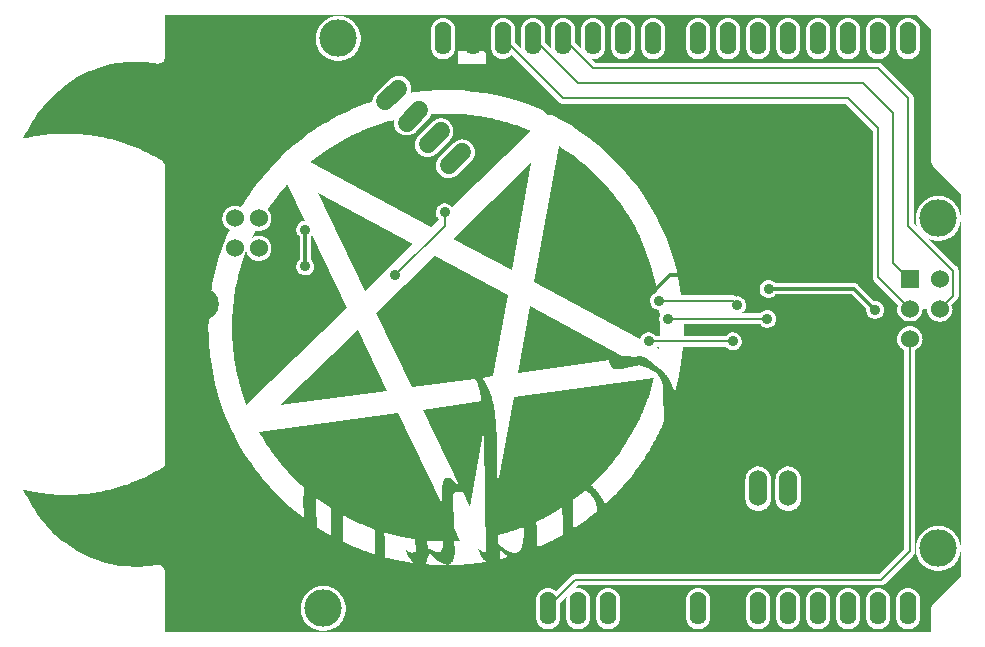
<source format=gbl>
G04 (created by PCBNEW-RS274X (2012-apr-16-27)-stable) date Tue 03 Dec 2013 05:38:56 PM CET*
G01*
G70*
G90*
%MOIN*%
G04 Gerber Fmt 3.4, Leading zero omitted, Abs format*
%FSLAX34Y34*%
G04 APERTURE LIST*
%ADD10C,0.006000*%
%ADD11C,0.000100*%
%ADD12C,0.060000*%
%ADD13O,0.060000X0.120000*%
%ADD14C,0.060000*%
%ADD15C,0.106300*%
%ADD16C,0.125000*%
%ADD17R,0.060000X0.060000*%
%ADD18O,0.055000X0.110000*%
%ADD19C,0.035000*%
%ADD20C,0.012000*%
%ADD21C,0.008000*%
G04 APERTURE END LIST*
G54D10*
G54D11*
G36*
X14726Y-08726D02*
X39806Y-08726D01*
X39701Y-08874D01*
X39664Y-08855D01*
X39625Y-08839D01*
X39584Y-08828D01*
X39541Y-08821D01*
X39497Y-08819D01*
X39493Y-08819D01*
X39493Y-08819D01*
X39450Y-08822D01*
X39408Y-08830D01*
X39367Y-08842D01*
X39329Y-08858D01*
X39293Y-08877D01*
X39259Y-08900D01*
X39228Y-08927D01*
X39199Y-08956D01*
X39174Y-08989D01*
X39152Y-09023D01*
X39134Y-09060D01*
X39119Y-09099D01*
X39109Y-09140D01*
X39102Y-09182D01*
X39101Y-09226D01*
X38899Y-09229D01*
X38899Y-09226D01*
X38898Y-09181D01*
X38891Y-09139D01*
X38880Y-09097D01*
X38865Y-09058D01*
X38846Y-09020D01*
X38823Y-08985D01*
X38797Y-08953D01*
X38768Y-08923D01*
X38736Y-08897D01*
X38701Y-08874D01*
X38664Y-08855D01*
X38625Y-08839D01*
X38584Y-08828D01*
X38541Y-08821D01*
X38497Y-08819D01*
X38493Y-08819D01*
X38493Y-08819D01*
X38450Y-08822D01*
X38408Y-08830D01*
X38367Y-08842D01*
X38329Y-08858D01*
X38293Y-08877D01*
X38259Y-08900D01*
X38228Y-08927D01*
X38199Y-08956D01*
X38174Y-08989D01*
X38152Y-09023D01*
X38134Y-09060D01*
X38119Y-09099D01*
X38109Y-09140D01*
X38102Y-09182D01*
X38101Y-09226D01*
X37899Y-09229D01*
X37899Y-09226D01*
X37898Y-09181D01*
X37891Y-09139D01*
X37880Y-09097D01*
X37865Y-09058D01*
X37846Y-09020D01*
X37823Y-08985D01*
X37797Y-08953D01*
X37768Y-08923D01*
X37736Y-08897D01*
X37701Y-08874D01*
X37664Y-08855D01*
X37625Y-08839D01*
X37584Y-08828D01*
X37541Y-08821D01*
X37497Y-08819D01*
X37493Y-08819D01*
X37493Y-08819D01*
X37450Y-08822D01*
X37408Y-08830D01*
X37367Y-08842D01*
X37329Y-08858D01*
X37293Y-08877D01*
X37259Y-08900D01*
X37228Y-08927D01*
X37199Y-08956D01*
X37174Y-08989D01*
X37152Y-09023D01*
X37134Y-09060D01*
X37119Y-09099D01*
X37109Y-09140D01*
X37102Y-09182D01*
X37101Y-09226D01*
X36899Y-09229D01*
X36899Y-09226D01*
X36898Y-09181D01*
X36891Y-09139D01*
X36880Y-09097D01*
X36865Y-09058D01*
X36846Y-09020D01*
X36823Y-08985D01*
X36797Y-08953D01*
X36768Y-08923D01*
X36736Y-08897D01*
X36701Y-08874D01*
X36664Y-08855D01*
X36625Y-08839D01*
X36584Y-08828D01*
X36541Y-08821D01*
X36497Y-08819D01*
X36493Y-08819D01*
X36493Y-08819D01*
X36450Y-08822D01*
X36408Y-08830D01*
X36367Y-08842D01*
X36329Y-08858D01*
X36293Y-08877D01*
X36259Y-08900D01*
X36228Y-08927D01*
X36199Y-08956D01*
X36174Y-08989D01*
X36152Y-09023D01*
X36134Y-09060D01*
X36119Y-09099D01*
X36109Y-09140D01*
X36102Y-09182D01*
X36101Y-09226D01*
X35899Y-09229D01*
X35899Y-09226D01*
X35898Y-09181D01*
X35891Y-09139D01*
X35880Y-09097D01*
X35865Y-09058D01*
X35846Y-09020D01*
X35823Y-08985D01*
X35797Y-08953D01*
X35768Y-08923D01*
X35736Y-08897D01*
X35701Y-08874D01*
X35664Y-08855D01*
X35625Y-08839D01*
X35584Y-08828D01*
X35541Y-08821D01*
X35497Y-08819D01*
X35493Y-08819D01*
X35493Y-08819D01*
X35450Y-08822D01*
X35408Y-08830D01*
X35367Y-08842D01*
X35329Y-08858D01*
X35293Y-08877D01*
X35259Y-08900D01*
X35228Y-08927D01*
X35199Y-08956D01*
X35174Y-08989D01*
X35152Y-09023D01*
X35134Y-09060D01*
X35119Y-09099D01*
X35109Y-09140D01*
X35102Y-09182D01*
X35101Y-09226D01*
X34899Y-09229D01*
X34899Y-09226D01*
X34898Y-09181D01*
X34891Y-09139D01*
X34880Y-09097D01*
X34865Y-09058D01*
X34846Y-09020D01*
X34823Y-08985D01*
X34797Y-08953D01*
X34768Y-08923D01*
X34736Y-08897D01*
X34701Y-08874D01*
X34664Y-08855D01*
X34625Y-08839D01*
X34584Y-08828D01*
X34541Y-08821D01*
X34497Y-08819D01*
X34493Y-08819D01*
X34493Y-08819D01*
X34450Y-08822D01*
X34408Y-08830D01*
X34367Y-08842D01*
X34329Y-08858D01*
X34293Y-08877D01*
X34259Y-08900D01*
X34228Y-08927D01*
X34199Y-08956D01*
X34174Y-08989D01*
X34152Y-09023D01*
X34134Y-09060D01*
X34119Y-09099D01*
X34109Y-09140D01*
X34102Y-09182D01*
X34101Y-09226D01*
X33899Y-09229D01*
X33899Y-09226D01*
X33898Y-09181D01*
X33891Y-09139D01*
X33880Y-09097D01*
X33865Y-09058D01*
X33846Y-09020D01*
X33823Y-08985D01*
X33797Y-08953D01*
X33768Y-08923D01*
X33736Y-08897D01*
X33701Y-08874D01*
X33664Y-08855D01*
X33625Y-08839D01*
X33584Y-08828D01*
X33541Y-08821D01*
X33497Y-08819D01*
X33493Y-08819D01*
X33493Y-08819D01*
X33450Y-08822D01*
X33408Y-08830D01*
X33367Y-08842D01*
X33329Y-08858D01*
X33293Y-08877D01*
X33259Y-08900D01*
X33228Y-08927D01*
X33199Y-08956D01*
X33174Y-08989D01*
X33152Y-09023D01*
X33134Y-09060D01*
X33119Y-09099D01*
X33109Y-09140D01*
X33102Y-09182D01*
X33101Y-09226D01*
X32899Y-09229D01*
X32899Y-09226D01*
X32898Y-09181D01*
X32891Y-09139D01*
X32880Y-09097D01*
X32865Y-09058D01*
X32846Y-09020D01*
X32823Y-08985D01*
X32797Y-08953D01*
X32768Y-08923D01*
X32736Y-08897D01*
X32701Y-08874D01*
X32664Y-08855D01*
X32625Y-08839D01*
X32584Y-08828D01*
X32541Y-08821D01*
X32497Y-08819D01*
X32493Y-08819D01*
X32493Y-08819D01*
X32450Y-08822D01*
X32408Y-08830D01*
X32367Y-08842D01*
X32329Y-08858D01*
X32293Y-08877D01*
X32259Y-08900D01*
X32228Y-08927D01*
X32199Y-08956D01*
X32174Y-08989D01*
X32152Y-09023D01*
X32134Y-09060D01*
X32119Y-09099D01*
X32109Y-09140D01*
X32102Y-09182D01*
X32101Y-09226D01*
X32101Y-09229D01*
X32101Y-09764D01*
X32101Y-09774D01*
X32101Y-09819D01*
X32106Y-09863D01*
X32116Y-09905D01*
X32131Y-09945D01*
X32149Y-09984D01*
X32171Y-10020D01*
X32197Y-10054D01*
X32226Y-10084D01*
X32258Y-10112D01*
X32293Y-10136D01*
X32330Y-10156D01*
X32370Y-10172D01*
X32412Y-10184D01*
X32455Y-10192D01*
X32500Y-10194D01*
X32545Y-10192D01*
X32588Y-10184D01*
X32630Y-10172D01*
X32670Y-10156D01*
X32707Y-10136D01*
X32742Y-10112D01*
X32774Y-10084D01*
X32803Y-10054D01*
X32829Y-10020D01*
X32851Y-09984D01*
X32869Y-09945D01*
X32884Y-09905D01*
X32894Y-09863D01*
X32899Y-09819D01*
X32899Y-09774D01*
X32899Y-09764D01*
X32899Y-09229D01*
X33101Y-09226D01*
X33101Y-09229D01*
X33101Y-09764D01*
X33101Y-09774D01*
X33101Y-09819D01*
X33106Y-09863D01*
X33116Y-09905D01*
X33131Y-09945D01*
X33149Y-09984D01*
X33171Y-10020D01*
X33197Y-10054D01*
X33226Y-10084D01*
X33258Y-10112D01*
X33293Y-10136D01*
X33330Y-10156D01*
X33370Y-10172D01*
X33412Y-10184D01*
X33455Y-10192D01*
X33500Y-10194D01*
X33545Y-10192D01*
X33588Y-10184D01*
X33630Y-10172D01*
X33670Y-10156D01*
X33707Y-10136D01*
X33742Y-10112D01*
X33774Y-10084D01*
X33803Y-10054D01*
X33829Y-10020D01*
X33851Y-09984D01*
X33869Y-09945D01*
X33884Y-09905D01*
X33894Y-09863D01*
X33899Y-09819D01*
X33899Y-09774D01*
X33899Y-09764D01*
X33899Y-09229D01*
X34101Y-09226D01*
X34101Y-09229D01*
X34101Y-09764D01*
X34101Y-09774D01*
X34101Y-09819D01*
X34106Y-09863D01*
X34116Y-09905D01*
X34131Y-09945D01*
X34149Y-09984D01*
X34171Y-10020D01*
X34197Y-10054D01*
X34226Y-10084D01*
X34258Y-10112D01*
X34293Y-10136D01*
X34330Y-10156D01*
X34370Y-10172D01*
X34412Y-10184D01*
X34455Y-10192D01*
X34500Y-10194D01*
X34545Y-10192D01*
X34588Y-10184D01*
X34630Y-10172D01*
X34670Y-10156D01*
X34707Y-10136D01*
X34742Y-10112D01*
X34774Y-10084D01*
X34803Y-10054D01*
X34829Y-10020D01*
X34851Y-09984D01*
X34869Y-09945D01*
X34884Y-09905D01*
X34894Y-09863D01*
X34899Y-09819D01*
X34899Y-09774D01*
X34899Y-09764D01*
X34899Y-09229D01*
X35101Y-09226D01*
X35101Y-09229D01*
X35101Y-09764D01*
X35101Y-09774D01*
X35101Y-09819D01*
X35106Y-09863D01*
X35116Y-09905D01*
X35131Y-09945D01*
X35149Y-09984D01*
X35171Y-10020D01*
X35197Y-10054D01*
X35226Y-10084D01*
X35258Y-10112D01*
X35293Y-10136D01*
X35330Y-10156D01*
X35370Y-10172D01*
X35412Y-10184D01*
X35455Y-10192D01*
X35500Y-10194D01*
X35545Y-10192D01*
X35588Y-10184D01*
X35630Y-10172D01*
X35670Y-10156D01*
X35707Y-10136D01*
X35742Y-10112D01*
X35774Y-10084D01*
X35803Y-10054D01*
X35829Y-10020D01*
X35851Y-09984D01*
X35869Y-09945D01*
X35884Y-09905D01*
X35894Y-09863D01*
X35899Y-09819D01*
X35899Y-09774D01*
X35899Y-09764D01*
X35899Y-09229D01*
X36101Y-09226D01*
X36101Y-09229D01*
X36101Y-09764D01*
X36101Y-09774D01*
X36101Y-09819D01*
X36106Y-09863D01*
X36116Y-09905D01*
X36131Y-09945D01*
X36149Y-09984D01*
X36171Y-10020D01*
X36197Y-10054D01*
X36226Y-10084D01*
X36258Y-10112D01*
X36293Y-10136D01*
X36330Y-10156D01*
X36370Y-10172D01*
X36412Y-10184D01*
X36455Y-10192D01*
X36500Y-10194D01*
X36545Y-10192D01*
X36588Y-10184D01*
X36630Y-10172D01*
X36670Y-10156D01*
X36707Y-10136D01*
X36742Y-10112D01*
X36774Y-10084D01*
X36803Y-10054D01*
X36829Y-10020D01*
X36851Y-09984D01*
X36869Y-09945D01*
X36884Y-09905D01*
X36894Y-09863D01*
X36899Y-09819D01*
X36899Y-09774D01*
X36899Y-09764D01*
X36899Y-09229D01*
X37101Y-09226D01*
X37101Y-09229D01*
X37101Y-09764D01*
X37101Y-09774D01*
X37101Y-09819D01*
X37106Y-09863D01*
X37116Y-09905D01*
X37131Y-09945D01*
X37149Y-09984D01*
X37171Y-10020D01*
X37197Y-10054D01*
X37226Y-10084D01*
X37258Y-10112D01*
X37293Y-10136D01*
X37330Y-10156D01*
X37370Y-10172D01*
X37412Y-10184D01*
X37455Y-10192D01*
X37500Y-10194D01*
X37545Y-10192D01*
X37588Y-10184D01*
X37630Y-10172D01*
X37670Y-10156D01*
X37707Y-10136D01*
X37742Y-10112D01*
X37774Y-10084D01*
X37803Y-10054D01*
X37829Y-10020D01*
X37851Y-09984D01*
X37869Y-09945D01*
X37884Y-09905D01*
X37894Y-09863D01*
X37899Y-09819D01*
X37899Y-09774D01*
X37899Y-09764D01*
X37899Y-09229D01*
X38101Y-09226D01*
X38101Y-09229D01*
X38101Y-09764D01*
X38101Y-09774D01*
X38101Y-09819D01*
X38106Y-09863D01*
X38116Y-09905D01*
X38131Y-09945D01*
X38149Y-09984D01*
X38171Y-10020D01*
X38197Y-10054D01*
X38226Y-10084D01*
X38258Y-10112D01*
X38293Y-10136D01*
X38330Y-10156D01*
X38370Y-10172D01*
X38412Y-10184D01*
X38455Y-10192D01*
X38500Y-10194D01*
X38507Y-10313D01*
X38500Y-10313D01*
X38497Y-10313D01*
X38493Y-10313D01*
X29076Y-10313D01*
X28948Y-10184D01*
X28974Y-10190D01*
X29000Y-10194D01*
X29045Y-10192D01*
X29088Y-10184D01*
X29130Y-10172D01*
X29170Y-10156D01*
X29207Y-10136D01*
X29242Y-10112D01*
X29274Y-10084D01*
X29303Y-10054D01*
X29329Y-10020D01*
X29351Y-09984D01*
X29369Y-09945D01*
X29384Y-09905D01*
X29394Y-09863D01*
X29399Y-09819D01*
X29601Y-09819D01*
X29606Y-09863D01*
X29616Y-09905D01*
X29631Y-09945D01*
X29649Y-09984D01*
X29671Y-10020D01*
X29697Y-10054D01*
X29726Y-10084D01*
X29758Y-10112D01*
X29793Y-10136D01*
X29830Y-10156D01*
X29870Y-10172D01*
X29912Y-10184D01*
X29955Y-10192D01*
X30000Y-10194D01*
X30045Y-10192D01*
X30088Y-10184D01*
X30130Y-10172D01*
X30170Y-10156D01*
X30207Y-10136D01*
X30242Y-10112D01*
X30274Y-10084D01*
X30303Y-10054D01*
X30329Y-10020D01*
X30351Y-09984D01*
X30369Y-09945D01*
X30384Y-09905D01*
X30394Y-09863D01*
X30399Y-09819D01*
X30601Y-09819D01*
X30606Y-09863D01*
X30616Y-09905D01*
X30631Y-09945D01*
X30649Y-09984D01*
X30671Y-10020D01*
X30697Y-10054D01*
X30726Y-10084D01*
X30758Y-10112D01*
X30793Y-10136D01*
X30830Y-10156D01*
X30870Y-10172D01*
X30912Y-10184D01*
X30955Y-10192D01*
X31000Y-10194D01*
X31045Y-10192D01*
X31088Y-10184D01*
X31130Y-10172D01*
X31170Y-10156D01*
X31207Y-10136D01*
X31242Y-10112D01*
X31274Y-10084D01*
X31303Y-10054D01*
X31329Y-10020D01*
X31351Y-09984D01*
X31369Y-09945D01*
X31384Y-09905D01*
X31394Y-09863D01*
X31399Y-09819D01*
X31399Y-09774D01*
X31399Y-09764D01*
X31399Y-09229D01*
X31399Y-09226D01*
X31398Y-09181D01*
X31391Y-09139D01*
X31380Y-09097D01*
X31365Y-09058D01*
X31346Y-09020D01*
X31323Y-08985D01*
X31297Y-08953D01*
X31268Y-08923D01*
X31236Y-08897D01*
X31201Y-08874D01*
X31164Y-08855D01*
X31125Y-08839D01*
X31084Y-08828D01*
X31041Y-08821D01*
X30997Y-08819D01*
X30993Y-08819D01*
X30993Y-08819D01*
X30950Y-08822D01*
X30908Y-08830D01*
X30867Y-08842D01*
X30829Y-08858D01*
X30793Y-08877D01*
X30759Y-08900D01*
X30728Y-08927D01*
X30699Y-08956D01*
X30674Y-08989D01*
X30652Y-09023D01*
X30634Y-09060D01*
X30619Y-09099D01*
X30609Y-09140D01*
X30602Y-09182D01*
X30601Y-09226D01*
X30601Y-09229D01*
X30601Y-09764D01*
X30601Y-09774D01*
X30601Y-09819D01*
X30399Y-09819D01*
X30399Y-09774D01*
X30399Y-09764D01*
X30399Y-09229D01*
X30399Y-09226D01*
X30398Y-09181D01*
X30391Y-09139D01*
X30380Y-09097D01*
X30365Y-09058D01*
X30346Y-09020D01*
X30323Y-08985D01*
X30297Y-08953D01*
X30268Y-08923D01*
X30236Y-08897D01*
X30201Y-08874D01*
X30164Y-08855D01*
X30125Y-08839D01*
X30084Y-08828D01*
X30041Y-08821D01*
X29997Y-08819D01*
X29993Y-08819D01*
X29993Y-08819D01*
X29950Y-08822D01*
X29908Y-08830D01*
X29867Y-08842D01*
X29829Y-08858D01*
X29793Y-08877D01*
X29759Y-08900D01*
X29728Y-08927D01*
X29699Y-08956D01*
X29674Y-08989D01*
X29652Y-09023D01*
X29634Y-09060D01*
X29619Y-09099D01*
X29609Y-09140D01*
X29602Y-09182D01*
X29601Y-09226D01*
X29601Y-09229D01*
X29601Y-09764D01*
X29601Y-09774D01*
X29601Y-09819D01*
X29399Y-09819D01*
X29399Y-09774D01*
X29399Y-09764D01*
X29399Y-09229D01*
X29399Y-09226D01*
X29398Y-09181D01*
X29391Y-09139D01*
X29380Y-09097D01*
X29365Y-09058D01*
X29346Y-09020D01*
X29323Y-08985D01*
X29297Y-08953D01*
X29268Y-08923D01*
X29236Y-08897D01*
X29201Y-08874D01*
X29164Y-08855D01*
X29125Y-08839D01*
X29084Y-08828D01*
X29041Y-08821D01*
X28997Y-08819D01*
X28993Y-08819D01*
X28950Y-08822D01*
X28908Y-08830D01*
X28867Y-08842D01*
X28829Y-08858D01*
X28793Y-08877D01*
X28759Y-08900D01*
X28728Y-08927D01*
X28699Y-08956D01*
X28674Y-08989D01*
X28652Y-09023D01*
X28634Y-09060D01*
X28619Y-09099D01*
X28609Y-09140D01*
X28602Y-09182D01*
X28601Y-09226D01*
X28601Y-09229D01*
X28601Y-09764D01*
X28601Y-09774D01*
X28604Y-09811D01*
X28611Y-09847D01*
X28399Y-09635D01*
X28399Y-09229D01*
X28399Y-09226D01*
X28397Y-09181D01*
X28391Y-09139D01*
X28380Y-09097D01*
X28365Y-09058D01*
X28346Y-09020D01*
X28323Y-08985D01*
X28297Y-08953D01*
X28268Y-08923D01*
X28236Y-08897D01*
X28201Y-08874D01*
X28164Y-08855D01*
X28125Y-08839D01*
X28084Y-08828D01*
X28041Y-08821D01*
X27997Y-08819D01*
X27993Y-08819D01*
X27950Y-08822D01*
X27908Y-08830D01*
X27867Y-08842D01*
X27829Y-08858D01*
X27793Y-08877D01*
X27759Y-08900D01*
X27728Y-08927D01*
X27699Y-08956D01*
X27674Y-08989D01*
X27652Y-09023D01*
X27634Y-09060D01*
X27619Y-09099D01*
X27609Y-09140D01*
X27602Y-09182D01*
X27601Y-09226D01*
X27601Y-09229D01*
X27601Y-09771D01*
X27601Y-09774D01*
X27607Y-09808D01*
X27622Y-09839D01*
X27635Y-09872D01*
X27399Y-09635D01*
X27399Y-09229D01*
X27399Y-09226D01*
X27397Y-09181D01*
X27391Y-09139D01*
X27380Y-09097D01*
X27365Y-09058D01*
X27346Y-09020D01*
X27323Y-08985D01*
X27297Y-08953D01*
X27268Y-08923D01*
X27236Y-08897D01*
X27201Y-08874D01*
X27164Y-08855D01*
X27125Y-08839D01*
X27084Y-08828D01*
X27041Y-08821D01*
X26997Y-08819D01*
X26993Y-08819D01*
X26950Y-08822D01*
X26908Y-08830D01*
X26867Y-08842D01*
X26829Y-08858D01*
X26793Y-08877D01*
X26759Y-08900D01*
X26728Y-08927D01*
X26699Y-08956D01*
X26674Y-08989D01*
X26652Y-09023D01*
X26634Y-09060D01*
X26619Y-09099D01*
X26609Y-09140D01*
X26602Y-09182D01*
X26601Y-09226D01*
X26601Y-09229D01*
X26601Y-09771D01*
X26601Y-09774D01*
X26607Y-09808D01*
X26622Y-09839D01*
X26635Y-09872D01*
X26399Y-09635D01*
X26399Y-09229D01*
X26399Y-09226D01*
X26398Y-09181D01*
X26391Y-09139D01*
X26380Y-09097D01*
X26365Y-09058D01*
X26346Y-09020D01*
X26323Y-08985D01*
X26297Y-08953D01*
X26268Y-08923D01*
X26236Y-08897D01*
X26201Y-08874D01*
X26164Y-08855D01*
X26125Y-08839D01*
X26084Y-08828D01*
X26041Y-08821D01*
X25997Y-08819D01*
X25993Y-08819D01*
X25993Y-08819D01*
X25950Y-08822D01*
X25908Y-08830D01*
X25867Y-08842D01*
X25829Y-08858D01*
X25793Y-08877D01*
X25759Y-08900D01*
X25728Y-08927D01*
X25699Y-08956D01*
X25674Y-08989D01*
X25652Y-09023D01*
X25634Y-09060D01*
X25619Y-09099D01*
X25609Y-09140D01*
X25602Y-09182D01*
X25601Y-09226D01*
X25601Y-09229D01*
X25601Y-09771D01*
X25601Y-09774D01*
X25602Y-09817D01*
X25607Y-09859D01*
X25617Y-09900D01*
X25444Y-09934D01*
X24490Y-09934D01*
X24384Y-09905D01*
X24394Y-09863D01*
X24399Y-09819D01*
X24399Y-09774D01*
X24399Y-09764D01*
X24399Y-09229D01*
X24399Y-09226D01*
X24398Y-09181D01*
X24391Y-09139D01*
X24380Y-09097D01*
X24365Y-09058D01*
X24346Y-09020D01*
X24323Y-08985D01*
X24297Y-08953D01*
X24268Y-08923D01*
X24236Y-08897D01*
X24201Y-08874D01*
X24164Y-08855D01*
X24125Y-08839D01*
X24084Y-08828D01*
X24041Y-08821D01*
X23997Y-08819D01*
X23993Y-08819D01*
X23993Y-08819D01*
X23950Y-08822D01*
X23908Y-08830D01*
X23867Y-08842D01*
X23829Y-08858D01*
X23793Y-08877D01*
X23759Y-08900D01*
X23728Y-08927D01*
X23699Y-08956D01*
X23674Y-08989D01*
X23652Y-09023D01*
X23634Y-09060D01*
X23619Y-09099D01*
X23609Y-09140D01*
X23602Y-09182D01*
X23601Y-09226D01*
X23601Y-09229D01*
X23601Y-09764D01*
X23601Y-09774D01*
X23601Y-09819D01*
X23606Y-09863D01*
X23616Y-09905D01*
X23631Y-09945D01*
X23649Y-09984D01*
X23671Y-10020D01*
X23697Y-10054D01*
X23726Y-10084D01*
X23758Y-10112D01*
X23793Y-10136D01*
X23830Y-10156D01*
X23870Y-10172D01*
X23912Y-10184D01*
X23955Y-10192D01*
X24000Y-10194D01*
X24045Y-10192D01*
X24088Y-10184D01*
X24130Y-10172D01*
X24170Y-10156D01*
X24207Y-10136D01*
X24242Y-10112D01*
X24274Y-10084D01*
X24303Y-10054D01*
X24329Y-10020D01*
X24351Y-09984D01*
X24369Y-09945D01*
X24384Y-09905D01*
X24490Y-09934D01*
X24490Y-10340D01*
X25444Y-10340D01*
X25444Y-09934D01*
X25617Y-09900D01*
X25631Y-09939D01*
X25649Y-09976D01*
X25670Y-10011D01*
X25695Y-10043D01*
X25723Y-10073D01*
X25754Y-10099D01*
X25787Y-10123D01*
X25823Y-10143D01*
X25862Y-10160D01*
X25902Y-10172D01*
X25944Y-10181D01*
X25984Y-10184D01*
X26022Y-10182D01*
X26059Y-10177D01*
X26095Y-10167D01*
X26129Y-10153D01*
X26161Y-10136D01*
X26193Y-10116D01*
X26223Y-10094D01*
X26251Y-10069D01*
X26278Y-10042D01*
X27854Y-11615D01*
X27865Y-11628D01*
X27868Y-11632D01*
X27875Y-11639D01*
X27878Y-11639D01*
X27878Y-11642D01*
X27903Y-11656D01*
X27920Y-11670D01*
X27924Y-11670D01*
X27938Y-11674D01*
X27958Y-11681D01*
X27972Y-11681D01*
X27979Y-11684D01*
X27986Y-11684D01*
X28007Y-11684D01*
X28017Y-11684D01*
X37420Y-11684D01*
X38316Y-12580D01*
X38316Y-17448D01*
X38316Y-17455D01*
X38316Y-17462D01*
X38316Y-17465D01*
X38316Y-17472D01*
X38316Y-17497D01*
X38319Y-17507D01*
X38319Y-17510D01*
X38326Y-17531D01*
X38326Y-17535D01*
X38330Y-17542D01*
X38330Y-17545D01*
X38337Y-17552D01*
X38337Y-17556D01*
X38344Y-17563D01*
X38347Y-17566D01*
X38347Y-17569D01*
X38347Y-17573D01*
X38354Y-17576D01*
X38358Y-17580D01*
X38354Y-17583D01*
X38358Y-17587D01*
X38368Y-17594D01*
X38382Y-17608D01*
X39167Y-18396D01*
X39155Y-18426D01*
X39142Y-18457D01*
X39132Y-18487D01*
X39128Y-18521D01*
X38701Y-18549D01*
X38698Y-18504D01*
X38688Y-18462D01*
X38673Y-18422D01*
X38652Y-18385D01*
X38626Y-18352D01*
X38596Y-18323D01*
X38562Y-18298D01*
X38525Y-18277D01*
X38485Y-18262D01*
X38443Y-18253D01*
X38399Y-18250D01*
X38372Y-18257D01*
X37844Y-17729D01*
X37833Y-17719D01*
X37823Y-17705D01*
X37802Y-17691D01*
X37778Y-17681D01*
X37753Y-17670D01*
X37733Y-17667D01*
X37708Y-17663D01*
X37701Y-17663D01*
X37698Y-17663D01*
X37688Y-17663D01*
X35069Y-17663D01*
X35045Y-17636D01*
X35018Y-17612D01*
X34989Y-17591D01*
X34958Y-17573D01*
X34924Y-17560D01*
X34889Y-17552D01*
X34851Y-17549D01*
X34851Y-17549D01*
X34806Y-17552D01*
X34763Y-17561D01*
X34723Y-17577D01*
X34686Y-17597D01*
X34653Y-17623D01*
X34623Y-17653D01*
X34597Y-17686D01*
X34577Y-17723D01*
X34561Y-17763D01*
X34552Y-17806D01*
X34549Y-17851D01*
X34552Y-17895D01*
X34562Y-17938D01*
X34577Y-17977D01*
X34598Y-18014D01*
X34624Y-18047D01*
X34654Y-18077D01*
X34688Y-18102D01*
X34725Y-18122D01*
X34765Y-18137D01*
X34807Y-18146D01*
X34799Y-18549D01*
X34761Y-18552D01*
X34725Y-18560D01*
X34691Y-18573D01*
X34660Y-18591D01*
X34631Y-18612D01*
X34605Y-18636D01*
X34580Y-18663D01*
X33927Y-18663D01*
X33934Y-18653D01*
X33968Y-18632D01*
X34000Y-18608D01*
X34028Y-18581D01*
X34053Y-18550D01*
X34073Y-18517D01*
X34088Y-18480D01*
X34097Y-18441D01*
X34101Y-18399D01*
X34097Y-18355D01*
X34088Y-18312D01*
X34072Y-18273D01*
X34051Y-18236D01*
X34025Y-18203D01*
X33995Y-18173D01*
X33962Y-18148D01*
X33925Y-18128D01*
X33885Y-18113D01*
X33842Y-18104D01*
X33799Y-18101D01*
X33774Y-18108D01*
X33771Y-18108D01*
X33764Y-18104D01*
X33753Y-18097D01*
X33743Y-18090D01*
X33740Y-18090D01*
X33736Y-18087D01*
X33733Y-18087D01*
X33733Y-18083D01*
X33722Y-18076D01*
X33719Y-18076D01*
X33698Y-18069D01*
X33694Y-18069D01*
X33684Y-18066D01*
X33660Y-18063D01*
X33656Y-18063D01*
X33649Y-18063D01*
X33646Y-18063D01*
X33642Y-18063D01*
X31941Y-18063D01*
X31941Y-18056D01*
X31875Y-17654D01*
X31790Y-17260D01*
X31686Y-16874D01*
X31563Y-16498D01*
X31423Y-16131D01*
X31266Y-15773D01*
X31092Y-15426D01*
X30903Y-15089D01*
X30698Y-14763D01*
X30478Y-14449D01*
X30243Y-14147D01*
X29995Y-13857D01*
X29734Y-13579D01*
X29460Y-13315D01*
X29174Y-13065D01*
X28877Y-12828D01*
X28568Y-12606D01*
X28249Y-12399D01*
X27921Y-12207D01*
X27583Y-12030D01*
X27237Y-11870D01*
X26882Y-11726D01*
X26520Y-11600D01*
X26151Y-11491D01*
X25775Y-11399D01*
X25394Y-11326D01*
X25007Y-11272D01*
X24616Y-11237D01*
X24220Y-11221D01*
X23821Y-11225D01*
X23419Y-11250D01*
X23014Y-11295D01*
X22977Y-11301D01*
X22940Y-11307D01*
X22903Y-11313D01*
X22915Y-11276D01*
X22923Y-11238D01*
X22928Y-11199D01*
X22930Y-11161D01*
X22928Y-11122D01*
X22922Y-11083D01*
X22913Y-11045D01*
X22899Y-11007D01*
X22882Y-10971D01*
X22862Y-10936D01*
X22838Y-10905D01*
X22812Y-10875D01*
X22784Y-10849D01*
X22753Y-10825D01*
X22720Y-10804D01*
X22686Y-10786D01*
X22649Y-10771D01*
X22612Y-10760D01*
X22573Y-10752D01*
X22533Y-10747D01*
X22493Y-10747D01*
X22493Y-10747D01*
X22456Y-10749D01*
X22420Y-10755D01*
X22385Y-10764D01*
X22351Y-10777D01*
X22318Y-10791D01*
X22287Y-10809D01*
X22256Y-10830D01*
X22228Y-10853D01*
X22201Y-10878D01*
X22198Y-10878D01*
X21073Y-09983D01*
X21100Y-09949D01*
X21125Y-09915D01*
X21147Y-09878D01*
X21168Y-09840D01*
X21187Y-09802D01*
X21203Y-09761D01*
X21217Y-09720D01*
X21229Y-09678D01*
X21238Y-09635D01*
X21245Y-09591D01*
X21249Y-09546D01*
X21250Y-09500D01*
X21249Y-09454D01*
X21245Y-09409D01*
X21238Y-09365D01*
X21229Y-09322D01*
X21217Y-09280D01*
X21203Y-09239D01*
X21187Y-09198D01*
X21168Y-09160D01*
X21147Y-09122D01*
X21125Y-09085D01*
X21100Y-09051D01*
X21073Y-09017D01*
X21045Y-08985D01*
X21015Y-08955D01*
X20983Y-08927D01*
X20949Y-08900D01*
X20915Y-08875D01*
X20878Y-08853D01*
X20840Y-08832D01*
X20802Y-08813D01*
X20761Y-08797D01*
X20720Y-08783D01*
X20678Y-08771D01*
X20635Y-08762D01*
X20591Y-08755D01*
X20546Y-08751D01*
X20500Y-08750D01*
X20500Y-08750D01*
X20454Y-08751D01*
X20409Y-08755D01*
X20365Y-08762D01*
X20322Y-08771D01*
X20280Y-08783D01*
X20239Y-08797D01*
X20198Y-08813D01*
X20160Y-08832D01*
X20122Y-08853D01*
X20085Y-08875D01*
X20051Y-08900D01*
X20017Y-08927D01*
X19985Y-08955D01*
X19955Y-08985D01*
X19927Y-09017D01*
X19900Y-09051D01*
X19875Y-09085D01*
X19853Y-09122D01*
X19832Y-09160D01*
X19813Y-09198D01*
X19797Y-09239D01*
X19783Y-09280D01*
X19771Y-09322D01*
X19762Y-09365D01*
X19755Y-09409D01*
X19751Y-09454D01*
X19750Y-09500D01*
X19751Y-09546D01*
X19755Y-09591D01*
X19762Y-09635D01*
X19771Y-09678D01*
X19783Y-09720D01*
X19797Y-09761D01*
X19813Y-09802D01*
X19832Y-09840D01*
X19853Y-09878D01*
X19875Y-09915D01*
X19900Y-09949D01*
X19927Y-09983D01*
X19955Y-10015D01*
X19985Y-10045D01*
X20017Y-10073D01*
X20051Y-10100D01*
X20085Y-10125D01*
X20122Y-10147D01*
X20160Y-10168D01*
X20198Y-10187D01*
X20239Y-10203D01*
X20280Y-10217D01*
X20322Y-10229D01*
X20365Y-10238D01*
X20409Y-10245D01*
X20454Y-10249D01*
X20500Y-10250D01*
X20546Y-10249D01*
X20591Y-10245D01*
X20635Y-10238D01*
X20678Y-10229D01*
X20720Y-10217D01*
X20761Y-10203D01*
X20802Y-10187D01*
X20840Y-10168D01*
X20878Y-10147D01*
X20915Y-10125D01*
X20949Y-10100D01*
X20983Y-10073D01*
X21015Y-10045D01*
X21045Y-10015D01*
X21073Y-09983D01*
X22198Y-10878D01*
X21781Y-11295D01*
X21774Y-11299D01*
X21778Y-11302D01*
X21750Y-11331D01*
X21725Y-11361D01*
X21703Y-11394D01*
X21684Y-11427D01*
X21669Y-11463D01*
X21656Y-11499D01*
X21647Y-11536D01*
X21641Y-11573D01*
X21639Y-11611D01*
X21464Y-11670D01*
X21292Y-11733D01*
X21121Y-11800D01*
X20953Y-11871D01*
X20787Y-11945D01*
X20623Y-12023D01*
X20461Y-12104D01*
X20302Y-12189D01*
X20145Y-12277D01*
X19990Y-12369D01*
X19837Y-12464D01*
X19687Y-12562D01*
X19540Y-12664D01*
X19395Y-12768D01*
X19253Y-12876D01*
X19113Y-12987D01*
X18976Y-13101D01*
X18842Y-13218D01*
X18710Y-13337D01*
X18582Y-13460D01*
X18456Y-13585D01*
X18333Y-13713D01*
X18213Y-13843D01*
X18095Y-13977D01*
X17981Y-14112D01*
X17870Y-14251D01*
X17762Y-14391D01*
X17658Y-14534D01*
X17556Y-14679D01*
X17458Y-14827D01*
X17363Y-14977D01*
X17271Y-15128D01*
X17239Y-15112D01*
X17206Y-15099D01*
X17172Y-15088D01*
X17136Y-15080D01*
X17100Y-15075D01*
X17063Y-15073D01*
X17019Y-15075D01*
X16977Y-15082D01*
X16936Y-15092D01*
X16897Y-15107D01*
X16860Y-15125D01*
X16825Y-15147D01*
X16793Y-15171D01*
X16763Y-15199D01*
X16735Y-15229D01*
X16711Y-15262D01*
X16690Y-15298D01*
X16672Y-15335D01*
X16658Y-15374D01*
X16647Y-15415D01*
X16641Y-15457D01*
X16639Y-15500D01*
X16641Y-15541D01*
X16647Y-15582D01*
X16657Y-15620D01*
X16670Y-15657D01*
X16687Y-15693D01*
X16707Y-15726D01*
X16730Y-15758D01*
X16756Y-15787D01*
X16784Y-15814D01*
X16815Y-15838D01*
X16847Y-15860D01*
X16882Y-15878D01*
X16827Y-16002D01*
X16774Y-16127D01*
X16723Y-16253D01*
X16675Y-16380D01*
X16628Y-16508D01*
X16584Y-16636D01*
X16541Y-16766D01*
X16501Y-16896D01*
X16464Y-17028D01*
X16428Y-17160D01*
X16395Y-17293D01*
X16364Y-17426D01*
X16335Y-17561D01*
X16308Y-17696D01*
X16284Y-17832D01*
X16262Y-17968D01*
X16243Y-18105D01*
X16226Y-18243D01*
X16211Y-18381D01*
X16199Y-18520D01*
X16190Y-18659D01*
X16182Y-18799D01*
X16178Y-18940D01*
X16175Y-19081D01*
X16176Y-19222D01*
X16178Y-19364D01*
X16184Y-19506D01*
X16192Y-19649D01*
X16202Y-19792D01*
X16216Y-19935D01*
X16231Y-20078D01*
X16250Y-20222D01*
X16281Y-20426D01*
X16316Y-20627D01*
X16357Y-20826D01*
X16403Y-21023D01*
X16453Y-21219D01*
X16508Y-21411D01*
X16567Y-21602D01*
X16632Y-21790D01*
X16700Y-21976D01*
X16773Y-22160D01*
X16851Y-22341D01*
X16932Y-22519D01*
X17018Y-22695D01*
X17108Y-22869D01*
X17202Y-23039D01*
X17300Y-23207D01*
X17402Y-23372D01*
X17508Y-23534D01*
X17617Y-23694D01*
X17731Y-23850D01*
X17847Y-24003D01*
X17968Y-24154D01*
X18092Y-24301D01*
X18219Y-24445D01*
X18349Y-24585D01*
X18483Y-24723D01*
X18620Y-24857D01*
X18760Y-24988D01*
X18904Y-25115D01*
X19050Y-25239D01*
X19199Y-25359D01*
X19351Y-25476D01*
X19333Y-24785D01*
X19340Y-24785D01*
X19753Y-24856D01*
X19749Y-24888D01*
X19747Y-24923D01*
X19747Y-24962D01*
X19748Y-25003D01*
X19750Y-25049D01*
X19751Y-25068D01*
X19752Y-25092D01*
X19753Y-25119D01*
X19754Y-25149D01*
X19756Y-25183D01*
X19759Y-25220D01*
X19762Y-25261D01*
X19765Y-25306D01*
X19769Y-25354D01*
X19773Y-25406D01*
X19778Y-25462D01*
X19781Y-25497D01*
X19783Y-25532D01*
X19786Y-25568D01*
X19788Y-25604D01*
X19791Y-25641D01*
X19793Y-25677D01*
X19795Y-25714D01*
X19797Y-25751D01*
X19799Y-25788D01*
X19832Y-25810D01*
X19865Y-25831D01*
X19898Y-25852D01*
X19932Y-25873D01*
X19965Y-25894D01*
X19999Y-25914D01*
X20032Y-25935D01*
X20066Y-25955D01*
X20100Y-25975D01*
X20134Y-25995D01*
X20168Y-26015D01*
X20202Y-26034D01*
X20236Y-26054D01*
X20271Y-26073D01*
X20250Y-25142D01*
X20217Y-25121D01*
X20184Y-25099D01*
X20150Y-25078D01*
X20118Y-25056D01*
X20085Y-25033D01*
X20052Y-25011D01*
X20020Y-24989D01*
X19987Y-24966D01*
X19955Y-24943D01*
X19923Y-24920D01*
X19891Y-24897D01*
X19859Y-24873D01*
X19827Y-24850D01*
X19795Y-24826D01*
X19764Y-24802D01*
X19764Y-24802D01*
X19758Y-24827D01*
X19753Y-24856D01*
X19340Y-24785D01*
X19342Y-24747D01*
X19345Y-24709D01*
X19348Y-24671D01*
X19351Y-24632D01*
X19355Y-24593D01*
X19359Y-24554D01*
X19363Y-24515D01*
X19368Y-24476D01*
X19313Y-24426D01*
X19258Y-24376D01*
X19203Y-24326D01*
X19150Y-24274D01*
X19096Y-24223D01*
X19043Y-24170D01*
X18991Y-24118D01*
X18939Y-24064D01*
X18888Y-24010D01*
X18837Y-23956D01*
X18787Y-23901D01*
X18738Y-23845D01*
X18689Y-23789D01*
X18640Y-23732D01*
X18592Y-23675D01*
X18545Y-23617D01*
X18498Y-23559D01*
X18452Y-23500D01*
X18407Y-23441D01*
X18362Y-23381D01*
X18317Y-23321D01*
X18274Y-23260D01*
X18231Y-23199D01*
X18188Y-23137D01*
X18146Y-23075D01*
X18105Y-23012D01*
X18065Y-22949D01*
X18025Y-22885D01*
X17985Y-22821D01*
X17947Y-22756D01*
X17909Y-22691D01*
X17872Y-22625D01*
X22497Y-21990D01*
X23965Y-25021D01*
X23965Y-24951D01*
X23958Y-24705D01*
X23957Y-24662D01*
X23957Y-24619D01*
X23958Y-24577D01*
X23960Y-24537D01*
X23962Y-24497D01*
X23965Y-24458D01*
X23970Y-24419D01*
X23974Y-24382D01*
X23980Y-24345D01*
X23986Y-24309D01*
X23998Y-24261D01*
X24016Y-24222D01*
X24038Y-24190D01*
X24066Y-24165D01*
X24099Y-24149D01*
X24137Y-24140D01*
X24181Y-24139D01*
X24203Y-24143D01*
X24227Y-24152D01*
X24255Y-24166D01*
X24285Y-24185D01*
X24319Y-24210D01*
X24355Y-24240D01*
X24395Y-24275D01*
X24438Y-24316D01*
X24463Y-24341D01*
X24487Y-24366D01*
X24510Y-24392D01*
X24532Y-24416D01*
X24553Y-24441D01*
X24573Y-24465D01*
X24570Y-24618D01*
X24532Y-24612D01*
X24495Y-24610D01*
X24460Y-24611D01*
X24427Y-24615D01*
X24379Y-24628D01*
X24346Y-24648D01*
X24330Y-24676D01*
X24330Y-24712D01*
X24358Y-25826D01*
X24563Y-26250D01*
X24523Y-26253D01*
X24485Y-26255D01*
X24446Y-26257D01*
X24407Y-26259D01*
X24368Y-26260D01*
X24368Y-26267D01*
X24371Y-26307D01*
X24374Y-26346D01*
X24376Y-26385D01*
X24378Y-26423D01*
X24380Y-26460D01*
X24381Y-26496D01*
X24382Y-26532D01*
X24382Y-26567D01*
X24382Y-26602D01*
X24382Y-26635D01*
X24379Y-26690D01*
X24373Y-26742D01*
X24364Y-26789D01*
X24352Y-26833D01*
X24336Y-26873D01*
X24318Y-26909D01*
X24297Y-26941D01*
X24273Y-26970D01*
X24246Y-26994D01*
X24215Y-27015D01*
X24182Y-27032D01*
X24146Y-27045D01*
X24115Y-27040D01*
X24083Y-27033D01*
X24051Y-27025D01*
X24020Y-27014D01*
X23987Y-27001D01*
X23955Y-26987D01*
X23922Y-26970D01*
X23889Y-26951D01*
X23856Y-26931D01*
X23822Y-26909D01*
X23788Y-26884D01*
X23754Y-26858D01*
X23719Y-26830D01*
X23684Y-26800D01*
X23649Y-26767D01*
X23614Y-26733D01*
X23578Y-26698D01*
X23542Y-26660D01*
X23584Y-26525D01*
X23621Y-26539D01*
X23662Y-26558D01*
X23707Y-26581D01*
X23757Y-26608D01*
X23797Y-26626D01*
X23833Y-26634D01*
X23867Y-26632D01*
X23896Y-26619D01*
X23922Y-26597D01*
X23944Y-26564D01*
X23963Y-26521D01*
X23978Y-26467D01*
X23989Y-26404D01*
X23997Y-26330D01*
X23997Y-26301D01*
X23997Y-26267D01*
X23959Y-26267D01*
X23922Y-26266D01*
X23884Y-26265D01*
X23847Y-26263D01*
X23810Y-26262D01*
X23772Y-26260D01*
X23735Y-26258D01*
X23698Y-26256D01*
X23661Y-26254D01*
X23624Y-26251D01*
X23587Y-26248D01*
X23549Y-26246D01*
X23513Y-26243D01*
X23476Y-26240D01*
X23483Y-26510D01*
X23501Y-26508D01*
X23524Y-26509D01*
X23552Y-26515D01*
X23584Y-26525D01*
X23542Y-26660D01*
X23526Y-26694D01*
X23511Y-26730D01*
X23496Y-26766D01*
X23483Y-26803D01*
X23470Y-26841D01*
X23459Y-26880D01*
X23448Y-26920D01*
X23437Y-26953D01*
X23424Y-26983D01*
X23408Y-27007D01*
X23389Y-27028D01*
X23017Y-26986D01*
X22990Y-26962D01*
X22964Y-26934D01*
X22941Y-26903D01*
X22921Y-26871D01*
X22901Y-26839D01*
X22881Y-26807D01*
X22862Y-26774D01*
X22842Y-26741D01*
X22823Y-26707D01*
X22805Y-26673D01*
X22786Y-26638D01*
X22768Y-26603D01*
X22750Y-26567D01*
X22733Y-26531D01*
X22777Y-26563D01*
X22820Y-26590D01*
X22860Y-26610D01*
X22899Y-26625D01*
X22935Y-26635D01*
X22970Y-26639D01*
X23002Y-26638D01*
X23032Y-26631D01*
X23061Y-26618D01*
X23087Y-26601D01*
X23080Y-26601D01*
X23069Y-26191D01*
X23030Y-26185D01*
X22991Y-26179D01*
X22952Y-26173D01*
X22914Y-26167D01*
X22875Y-26160D01*
X22836Y-26154D01*
X22797Y-26147D01*
X22759Y-26140D01*
X22720Y-26132D01*
X22682Y-26125D01*
X22643Y-26117D01*
X22605Y-26109D01*
X22567Y-26101D01*
X22529Y-26093D01*
X22490Y-26084D01*
X22452Y-26075D01*
X22414Y-26067D01*
X22376Y-26057D01*
X22339Y-26048D01*
X22301Y-26038D01*
X22263Y-26029D01*
X22225Y-26019D01*
X22188Y-26008D01*
X22150Y-25998D01*
X22113Y-25987D01*
X22075Y-25976D01*
X22038Y-25965D01*
X21718Y-25978D01*
X21715Y-25938D01*
X21712Y-25898D01*
X21708Y-25858D01*
X21672Y-25845D01*
X21635Y-25831D01*
X21599Y-25818D01*
X21562Y-25804D01*
X21526Y-25790D01*
X21490Y-25776D01*
X21454Y-25762D01*
X21418Y-25747D01*
X21382Y-25733D01*
X21346Y-25718D01*
X21310Y-25703D01*
X21274Y-25688D01*
X21239Y-25672D01*
X21203Y-25657D01*
X21168Y-25641D01*
X21133Y-25625D01*
X21098Y-25609D01*
X21063Y-25593D01*
X21028Y-25576D01*
X20993Y-25559D01*
X20958Y-25542D01*
X20923Y-25525D01*
X20889Y-25508D01*
X20854Y-25491D01*
X20820Y-25473D01*
X20785Y-25455D01*
X20751Y-25437D01*
X20717Y-25419D01*
X20683Y-25401D01*
X20649Y-25382D01*
X20677Y-26281D01*
X20713Y-26298D01*
X20749Y-26315D01*
X20784Y-26332D01*
X20820Y-26348D01*
X20856Y-26365D01*
X20893Y-26381D01*
X20302Y-27813D01*
X20261Y-27797D01*
X20220Y-27783D01*
X20178Y-27771D01*
X20135Y-27762D01*
X20091Y-27755D01*
X20046Y-27751D01*
X20000Y-27750D01*
X20000Y-27750D01*
X19954Y-27751D01*
X19909Y-27755D01*
X19865Y-27762D01*
X19822Y-27771D01*
X19780Y-27783D01*
X19739Y-27797D01*
X19698Y-27813D01*
X19660Y-27832D01*
X19622Y-27853D01*
X19585Y-27875D01*
X19551Y-27900D01*
X19517Y-27927D01*
X19485Y-27955D01*
X19455Y-27985D01*
X19427Y-28017D01*
X19400Y-28051D01*
X19375Y-28085D01*
X19353Y-28122D01*
X19332Y-28160D01*
X19313Y-28198D01*
X19297Y-28239D01*
X19283Y-28280D01*
X19271Y-28322D01*
X19262Y-28365D01*
X19255Y-28409D01*
X19251Y-28454D01*
X19250Y-28500D01*
X19251Y-28546D01*
X19255Y-28591D01*
X19262Y-28635D01*
X19271Y-28678D01*
X19283Y-28720D01*
X19297Y-28761D01*
X19313Y-28802D01*
X19332Y-28840D01*
X19353Y-28878D01*
X19375Y-28915D01*
X19400Y-28949D01*
X19427Y-28983D01*
X19455Y-29015D01*
X19485Y-29045D01*
X19517Y-29073D01*
X19551Y-29100D01*
X19585Y-29125D01*
X19622Y-29147D01*
X19660Y-29168D01*
X19698Y-29187D01*
X19739Y-29203D01*
X19780Y-29217D01*
X19822Y-29229D01*
X19865Y-29238D01*
X19909Y-29245D01*
X19954Y-29249D01*
X20000Y-29250D01*
X20046Y-29249D01*
X20091Y-29245D01*
X20135Y-29238D01*
X20178Y-29229D01*
X20220Y-29217D01*
X20261Y-29203D01*
X20302Y-29187D01*
X20340Y-29168D01*
X20378Y-29147D01*
X20415Y-29125D01*
X20449Y-29100D01*
X20483Y-29073D01*
X20515Y-29045D01*
X20545Y-29015D01*
X20573Y-28983D01*
X20600Y-28949D01*
X20625Y-28915D01*
X20647Y-28878D01*
X20668Y-28840D01*
X20687Y-28802D01*
X20703Y-28761D01*
X20717Y-28720D01*
X20729Y-28678D01*
X20738Y-28635D01*
X20745Y-28591D01*
X20749Y-28546D01*
X20750Y-28500D01*
X20749Y-28454D01*
X20745Y-28409D01*
X20738Y-28365D01*
X20729Y-28322D01*
X20717Y-28280D01*
X20703Y-28239D01*
X20687Y-28198D01*
X20668Y-28160D01*
X20647Y-28122D01*
X20625Y-28085D01*
X20600Y-28051D01*
X20573Y-28017D01*
X20545Y-27985D01*
X20515Y-27955D01*
X20483Y-27927D01*
X20449Y-27900D01*
X20415Y-27875D01*
X20378Y-27853D01*
X20340Y-27832D01*
X20302Y-27813D01*
X20893Y-26381D01*
X20929Y-26397D01*
X20965Y-26413D01*
X21001Y-26428D01*
X21038Y-26444D01*
X21074Y-26459D01*
X21111Y-26474D01*
X21148Y-26489D01*
X21185Y-26504D01*
X21221Y-26518D01*
X21258Y-26533D01*
X21295Y-26547D01*
X21333Y-26561D01*
X21370Y-26575D01*
X21407Y-26588D01*
X21444Y-26602D01*
X21482Y-26615D01*
X21519Y-26628D01*
X21557Y-26641D01*
X21595Y-26654D01*
X21632Y-26666D01*
X21670Y-26679D01*
X21708Y-26691D01*
X21715Y-26656D01*
X21718Y-26616D01*
X21721Y-26576D01*
X21723Y-26537D01*
X21725Y-26497D01*
X21727Y-26457D01*
X21728Y-26417D01*
X21729Y-26377D01*
X21730Y-26337D01*
X21730Y-26297D01*
X21729Y-26257D01*
X21729Y-26217D01*
X21728Y-26177D01*
X21727Y-26138D01*
X21725Y-26098D01*
X21723Y-26058D01*
X21721Y-26018D01*
X21718Y-25978D01*
X22038Y-25965D01*
X22038Y-25965D01*
X22041Y-26005D01*
X22043Y-26044D01*
X22046Y-26083D01*
X22048Y-26122D01*
X22050Y-26161D01*
X22052Y-26201D01*
X22054Y-26240D01*
X22056Y-26279D01*
X22058Y-26318D01*
X22060Y-26357D01*
X22062Y-26397D01*
X22063Y-26436D01*
X22065Y-26475D01*
X22066Y-26514D01*
X22067Y-26553D01*
X22068Y-26593D01*
X22069Y-26632D01*
X22070Y-26665D01*
X22070Y-26699D01*
X22069Y-26732D01*
X22067Y-26766D01*
X22066Y-26799D01*
X22103Y-26808D01*
X22141Y-26818D01*
X22178Y-26827D01*
X22216Y-26837D01*
X22253Y-26846D01*
X22291Y-26854D01*
X22329Y-26863D01*
X22366Y-26871D01*
X22404Y-26880D01*
X22442Y-26888D01*
X22480Y-26895D01*
X22518Y-26903D01*
X22556Y-26910D01*
X22594Y-26918D01*
X22633Y-26925D01*
X22671Y-26932D01*
X22709Y-26938D01*
X22748Y-26945D01*
X22786Y-26951D01*
X22824Y-26958D01*
X22863Y-26964D01*
X22902Y-26969D01*
X22940Y-26975D01*
X22979Y-26981D01*
X23017Y-26986D01*
X23389Y-27028D01*
X23444Y-27033D01*
X23499Y-27037D01*
X23554Y-27041D01*
X23609Y-27045D01*
X23664Y-27048D01*
X23720Y-27051D01*
X23775Y-27053D01*
X23831Y-27055D01*
X23886Y-27057D01*
X23942Y-27058D01*
X23997Y-27059D01*
X24053Y-27060D01*
X24109Y-27060D01*
X24165Y-27060D01*
X24221Y-27059D01*
X24277Y-27058D01*
X24333Y-27057D01*
X24389Y-27055D01*
X24445Y-27053D01*
X24501Y-27050D01*
X24558Y-27047D01*
X24614Y-27043D01*
X24670Y-27040D01*
X24727Y-27035D01*
X24783Y-27031D01*
X24840Y-27026D01*
X24897Y-27020D01*
X24953Y-27014D01*
X25010Y-27008D01*
X25067Y-27001D01*
X25124Y-26994D01*
X25181Y-26986D01*
X25220Y-26980D01*
X25258Y-26974D01*
X25297Y-26968D01*
X25336Y-26961D01*
X25374Y-26955D01*
X25413Y-26948D01*
X25451Y-26941D01*
X25422Y-26920D01*
X25394Y-26897D01*
X25367Y-26872D01*
X25341Y-26845D01*
X25317Y-26816D01*
X25294Y-26784D01*
X25273Y-26751D01*
X25252Y-26716D01*
X25233Y-26678D01*
X25216Y-26638D01*
X25199Y-26597D01*
X25184Y-26553D01*
X25170Y-26507D01*
X25236Y-26552D01*
X25292Y-26587D01*
X25338Y-26612D01*
X25374Y-26627D01*
X25401Y-26634D01*
X25417Y-26631D01*
X25424Y-26618D01*
X25424Y-26603D01*
X25425Y-26584D01*
X25425Y-26559D01*
X25425Y-26528D01*
X25425Y-26493D01*
X25425Y-26452D01*
X25424Y-26406D01*
X25423Y-26355D01*
X25837Y-26340D01*
X25866Y-26366D01*
X25895Y-26391D01*
X25924Y-26416D01*
X25953Y-26439D01*
X25878Y-26510D01*
X25878Y-26510D01*
X25885Y-26559D01*
X25890Y-26604D01*
X25894Y-26647D01*
X25897Y-26688D01*
X25897Y-26727D01*
X25897Y-26763D01*
X25894Y-26797D01*
X25891Y-26828D01*
X25885Y-26858D01*
X25921Y-26849D01*
X25957Y-26840D01*
X25993Y-26832D01*
X26028Y-26822D01*
X26064Y-26813D01*
X26099Y-26804D01*
X26135Y-26794D01*
X26170Y-26785D01*
X26142Y-26760D01*
X26113Y-26735D01*
X26086Y-26710D01*
X26058Y-26685D01*
X26031Y-26660D01*
X26005Y-26635D01*
X25979Y-26610D01*
X25953Y-26585D01*
X25928Y-26560D01*
X25903Y-26535D01*
X25878Y-26510D01*
X25953Y-26439D01*
X25981Y-26462D01*
X26010Y-26484D01*
X26039Y-26505D01*
X26068Y-26525D01*
X26096Y-26544D01*
X26125Y-26563D01*
X26160Y-26583D01*
X26196Y-26601D01*
X26231Y-26615D01*
X26266Y-26627D01*
X26301Y-26636D01*
X26336Y-26642D01*
X26371Y-26645D01*
X26406Y-26646D01*
X26432Y-26644D01*
X26456Y-26638D01*
X26479Y-26630D01*
X26501Y-26618D01*
X26521Y-26603D01*
X26541Y-26585D01*
X26559Y-26564D01*
X26576Y-26540D01*
X26592Y-26513D01*
X26607Y-26482D01*
X26620Y-26448D01*
X26633Y-26411D01*
X26644Y-26371D01*
X26653Y-26328D01*
X26662Y-26281D01*
X26670Y-26232D01*
X26676Y-26179D01*
X26681Y-26123D01*
X26685Y-26064D01*
X26687Y-26001D01*
X26689Y-25936D01*
X26689Y-25867D01*
X26688Y-25795D01*
X26688Y-25781D01*
X26688Y-25781D01*
X26651Y-25795D01*
X26615Y-25809D01*
X26579Y-25823D01*
X26542Y-25836D01*
X26506Y-25849D01*
X26469Y-25862D01*
X26432Y-25875D01*
X26395Y-25888D01*
X26358Y-25901D01*
X26321Y-25913D01*
X26284Y-25925D01*
X26247Y-25937D01*
X26209Y-25949D01*
X26172Y-25961D01*
X26134Y-25972D01*
X26096Y-25983D01*
X26059Y-25994D01*
X26021Y-26005D01*
X25983Y-26016D01*
X25945Y-26026D01*
X25906Y-26036D01*
X25868Y-26046D01*
X25830Y-26056D01*
X25831Y-26091D01*
X25832Y-26127D01*
X25832Y-26162D01*
X25833Y-26198D01*
X25834Y-26234D01*
X25835Y-26269D01*
X25836Y-26305D01*
X25837Y-26340D01*
X25423Y-26355D01*
X25422Y-26298D01*
X25420Y-26236D01*
X25419Y-26167D01*
X25417Y-26098D01*
X25416Y-26029D01*
X25414Y-25960D01*
X25413Y-25892D01*
X25412Y-25823D01*
X25410Y-25754D01*
X25409Y-25685D01*
X25408Y-25616D01*
X25406Y-25547D01*
X25405Y-25479D01*
X25404Y-25410D01*
X25403Y-25341D01*
X25401Y-25273D01*
X25400Y-25204D01*
X25399Y-25135D01*
X25398Y-25066D01*
X25397Y-24998D01*
X25395Y-24929D01*
X25394Y-24861D01*
X25393Y-24792D01*
X25392Y-24723D01*
X25391Y-24655D01*
X25390Y-24586D01*
X25389Y-24518D01*
X25388Y-24449D01*
X25387Y-24381D01*
X25386Y-24312D01*
X25385Y-24244D01*
X25384Y-24175D01*
X25383Y-24107D01*
X25382Y-24038D01*
X25381Y-23994D01*
X25381Y-23951D01*
X25380Y-23907D01*
X25379Y-23863D01*
X25378Y-23820D01*
X25378Y-23776D01*
X25377Y-23732D01*
X25376Y-23688D01*
X25375Y-23645D01*
X25374Y-23601D01*
X25372Y-23557D01*
X25371Y-23513D01*
X25370Y-23470D01*
X25369Y-23426D01*
X25368Y-23382D01*
X25366Y-23338D01*
X25365Y-23295D01*
X25363Y-23251D01*
X25362Y-23207D01*
X25360Y-23163D01*
X25359Y-23120D01*
X25357Y-23076D01*
X25356Y-23032D01*
X25354Y-22989D01*
X25353Y-22945D01*
X25351Y-22901D01*
X25349Y-22857D01*
X25347Y-22814D01*
X25346Y-22770D01*
X25344Y-22726D01*
X25342Y-22683D01*
X25340Y-22639D01*
X24896Y-25132D01*
X24653Y-24635D01*
X24611Y-24625D01*
X24570Y-24618D01*
X24573Y-24465D01*
X23316Y-21875D01*
X25281Y-21604D01*
X25276Y-21565D01*
X25271Y-21526D01*
X25264Y-21487D01*
X25258Y-21448D01*
X25251Y-21410D01*
X25244Y-21371D01*
X25236Y-21333D01*
X25228Y-21296D01*
X25220Y-21258D01*
X25211Y-21221D01*
X25201Y-21184D01*
X25191Y-21147D01*
X25181Y-21111D01*
X25171Y-21074D01*
X25160Y-21038D01*
X25147Y-21001D01*
X25132Y-20965D01*
X25116Y-20932D01*
X25097Y-20900D01*
X25077Y-20869D01*
X25056Y-20840D01*
X22955Y-21128D01*
X21753Y-18653D01*
X23740Y-16747D01*
X26160Y-18045D01*
X25677Y-20753D01*
X25295Y-20806D01*
X25317Y-20833D01*
X25338Y-20862D01*
X25358Y-20892D01*
X25378Y-20922D01*
X25397Y-20953D01*
X25416Y-20984D01*
X25434Y-21017D01*
X25451Y-21050D01*
X25469Y-21083D01*
X25485Y-21117D01*
X25501Y-21151D01*
X25517Y-21185D01*
X25532Y-21220D01*
X25546Y-21255D01*
X25560Y-21291D01*
X25574Y-21327D01*
X25587Y-21363D01*
X25599Y-21400D01*
X25611Y-21437D01*
X25623Y-21475D01*
X25634Y-21513D01*
X25644Y-21551D01*
X25654Y-21590D01*
X25663Y-21629D01*
X25672Y-21668D01*
X25681Y-21708D01*
X25689Y-21749D01*
X25696Y-21789D01*
X25703Y-21830D01*
X25709Y-21871D01*
X25715Y-21913D01*
X25720Y-21952D01*
X25725Y-21991D01*
X25730Y-22030D01*
X25735Y-22068D01*
X25739Y-22107D01*
X25743Y-22146D01*
X25747Y-22185D01*
X25751Y-22224D01*
X25754Y-22262D01*
X25758Y-22301D01*
X25761Y-22340D01*
X25764Y-22379D01*
X25767Y-22418D01*
X25769Y-22456D01*
X25772Y-22495D01*
X25774Y-22534D01*
X25776Y-22573D01*
X25778Y-22612D01*
X25779Y-22650D01*
X25781Y-22689D01*
X25782Y-22728D01*
X25783Y-22767D01*
X25784Y-22806D01*
X25785Y-22844D01*
X25785Y-22883D01*
X25785Y-22922D01*
X25785Y-22961D01*
X25785Y-22999D01*
X25785Y-23038D01*
X25784Y-23077D01*
X25784Y-23115D01*
X25783Y-23154D01*
X25783Y-23193D01*
X25783Y-23231D01*
X25783Y-23270D01*
X25783Y-23309D01*
X25783Y-23347D01*
X25783Y-23386D01*
X25783Y-23425D01*
X25784Y-23463D01*
X25784Y-23502D01*
X25784Y-23541D01*
X25785Y-23579D01*
X25786Y-23618D01*
X25786Y-23657D01*
X25787Y-23696D01*
X25788Y-23735D01*
X25789Y-23773D01*
X25791Y-23812D01*
X25792Y-23851D01*
X25793Y-23890D01*
X25795Y-23929D01*
X25796Y-23968D01*
X25798Y-24007D01*
X25800Y-24046D01*
X25802Y-24085D01*
X25803Y-24124D01*
X25806Y-24163D01*
X25837Y-24165D01*
X25868Y-24167D01*
X26351Y-21455D01*
X31031Y-20809D01*
X30999Y-20938D01*
X30964Y-21067D01*
X30927Y-21194D01*
X30888Y-21320D01*
X30846Y-21446D01*
X30802Y-21571D01*
X30756Y-21694D01*
X30708Y-21817D01*
X30657Y-21939D01*
X30604Y-22059D01*
X30549Y-22178D01*
X30492Y-22297D01*
X30433Y-22414D01*
X30371Y-22530D01*
X30308Y-22644D01*
X30242Y-22758D01*
X30175Y-22870D01*
X30105Y-22981D01*
X30033Y-23091D01*
X29960Y-23199D01*
X29884Y-23306D01*
X29807Y-23411D01*
X29727Y-23515D01*
X29646Y-23618D01*
X29563Y-23719D01*
X29478Y-23818D01*
X29391Y-23916D01*
X29303Y-24013D01*
X29212Y-24107D01*
X29120Y-24201D01*
X29026Y-24292D01*
X28931Y-24382D01*
X28957Y-24406D01*
X28984Y-24431D01*
X29010Y-24455D01*
X29035Y-24481D01*
X29060Y-24507D01*
X29085Y-24534D01*
X29110Y-24561D01*
X28944Y-24722D01*
X28914Y-24693D01*
X28882Y-24666D01*
X28850Y-24642D01*
X28817Y-24621D01*
X28784Y-24602D01*
X28750Y-24586D01*
X28715Y-24573D01*
X28715Y-24573D01*
X28685Y-24598D01*
X28655Y-24624D01*
X28624Y-24649D01*
X28594Y-24674D01*
X28563Y-24699D01*
X28532Y-24724D01*
X28502Y-24748D01*
X28470Y-24773D01*
X28439Y-24797D01*
X28408Y-24821D01*
X28376Y-24845D01*
X28344Y-24869D01*
X28313Y-24892D01*
X28314Y-24931D01*
X28316Y-24970D01*
X28318Y-25009D01*
X28319Y-25049D01*
X28321Y-25088D01*
X28322Y-25127D01*
X28323Y-25166D01*
X28324Y-25205D01*
X28325Y-25245D01*
X28326Y-25284D01*
X28327Y-25323D01*
X28328Y-25363D01*
X28329Y-25402D01*
X28330Y-25441D01*
X28331Y-25479D01*
X28331Y-25517D01*
X27982Y-25516D01*
X27980Y-25476D01*
X27979Y-25436D01*
X27978Y-25396D01*
X27977Y-25356D01*
X27975Y-25316D01*
X27974Y-25276D01*
X27972Y-25236D01*
X27971Y-25200D01*
X27970Y-25164D01*
X27969Y-25128D01*
X27969Y-25128D01*
X27935Y-25150D01*
X27902Y-25171D01*
X27868Y-25192D01*
X27835Y-25213D01*
X27801Y-25234D01*
X27767Y-25255D01*
X27733Y-25275D01*
X27699Y-25295D01*
X27664Y-25315D01*
X27630Y-25335D01*
X27595Y-25355D01*
X27560Y-25375D01*
X27525Y-25394D01*
X27491Y-25413D01*
X27455Y-25432D01*
X27420Y-25451D01*
X27385Y-25470D01*
X27349Y-25488D01*
X27314Y-25506D01*
X27278Y-25524D01*
X27242Y-25542D01*
X27206Y-25560D01*
X27170Y-25577D01*
X27134Y-25594D01*
X27097Y-25611D01*
X27104Y-25646D01*
X27110Y-25681D01*
X27115Y-25714D01*
X27118Y-25747D01*
X27121Y-25784D01*
X27124Y-25821D01*
X27126Y-25859D01*
X27128Y-25896D01*
X27129Y-25934D01*
X27131Y-25971D01*
X27131Y-26009D01*
X27131Y-26047D01*
X27131Y-26085D01*
X27131Y-26123D01*
X27130Y-26161D01*
X27128Y-26199D01*
X27127Y-26238D01*
X27124Y-26276D01*
X27122Y-26314D01*
X27119Y-26353D01*
X27116Y-26391D01*
X27112Y-26430D01*
X27108Y-26469D01*
X27144Y-26454D01*
X27181Y-26438D01*
X27217Y-26423D01*
X27254Y-26407D01*
X27290Y-26391D01*
X27326Y-26375D01*
X27362Y-26358D01*
X27398Y-26342D01*
X27434Y-26325D01*
X27470Y-26308D01*
X27505Y-26291D01*
X27541Y-26274D01*
X27576Y-26256D01*
X27612Y-26239D01*
X27647Y-26221D01*
X27682Y-26203D01*
X27717Y-26185D01*
X27752Y-26167D01*
X27787Y-26148D01*
X27821Y-26130D01*
X27856Y-26111D01*
X27890Y-26092D01*
X27925Y-26073D01*
X27959Y-26054D01*
X27993Y-26035D01*
X27992Y-25995D01*
X27992Y-25955D01*
X27991Y-25915D01*
X27990Y-25875D01*
X27989Y-25835D01*
X27988Y-25795D01*
X27987Y-25755D01*
X27987Y-25715D01*
X27986Y-25675D01*
X27985Y-25635D01*
X27984Y-25595D01*
X27983Y-25555D01*
X27982Y-25516D01*
X28331Y-25517D01*
X28333Y-25555D01*
X28334Y-25593D01*
X28336Y-25631D01*
X28338Y-25669D01*
X28341Y-25706D01*
X28344Y-25744D01*
X28347Y-25782D01*
X28351Y-25819D01*
X28384Y-25798D01*
X28418Y-25776D01*
X28451Y-25754D01*
X28485Y-25732D01*
X28518Y-25710D01*
X28551Y-25687D01*
X28584Y-25665D01*
X28617Y-25642D01*
X28650Y-25619D01*
X28682Y-25596D01*
X28715Y-25573D01*
X28747Y-25549D01*
X28779Y-25526D01*
X28811Y-25502D01*
X28843Y-25478D01*
X28875Y-25454D01*
X28907Y-25430D01*
X28938Y-25406D01*
X28970Y-25382D01*
X29001Y-25357D01*
X29032Y-25332D01*
X29063Y-25307D01*
X29094Y-25282D01*
X29125Y-25257D01*
X29122Y-25221D01*
X29118Y-25186D01*
X29115Y-25150D01*
X29111Y-25115D01*
X29106Y-25071D01*
X29100Y-25030D01*
X29091Y-24989D01*
X29080Y-24951D01*
X29067Y-24914D01*
X29052Y-24878D01*
X29035Y-24844D01*
X29015Y-24811D01*
X28994Y-24780D01*
X28970Y-24751D01*
X28944Y-24722D01*
X29110Y-24561D01*
X29134Y-24588D01*
X29157Y-24617D01*
X29181Y-24646D01*
X29205Y-24678D01*
X29229Y-24710D01*
X29252Y-24743D01*
X29274Y-24776D01*
X29296Y-24809D01*
X29316Y-24842D01*
X29337Y-24875D01*
X29356Y-24909D01*
X29374Y-24942D01*
X29392Y-24976D01*
X29410Y-25010D01*
X29488Y-24938D01*
X29565Y-24865D01*
X29642Y-24791D01*
X29717Y-24716D01*
X29791Y-24640D01*
X29864Y-24563D01*
X29936Y-24485D01*
X30007Y-24406D01*
X30077Y-24326D01*
X30146Y-24246D01*
X30213Y-24164D01*
X30280Y-24082D01*
X30346Y-23998D01*
X30410Y-23914D01*
X30473Y-23829D01*
X30535Y-23743D01*
X30596Y-23656D01*
X30656Y-23569D01*
X30715Y-23480D01*
X30772Y-23391D01*
X30828Y-23301D01*
X30884Y-23210D01*
X30938Y-23119D01*
X30990Y-23027D01*
X31042Y-22934D01*
X31092Y-22840D01*
X31141Y-22746D01*
X31189Y-22651D01*
X31236Y-22555D01*
X31281Y-22459D01*
X31325Y-22362D01*
X31368Y-22264D01*
X31344Y-21243D01*
X31342Y-21199D01*
X31339Y-21157D01*
X31334Y-21115D01*
X31328Y-21074D01*
X31320Y-21035D01*
X31310Y-20996D01*
X31299Y-20959D01*
X31287Y-20922D01*
X31272Y-20887D01*
X31257Y-20853D01*
X31239Y-20819D01*
X31220Y-20787D01*
X31199Y-20756D01*
X31177Y-20726D01*
X31158Y-20703D01*
X31137Y-20680D01*
X31114Y-20659D01*
X31090Y-20637D01*
X31063Y-20617D01*
X31034Y-20597D01*
X31003Y-20577D01*
X30971Y-20558D01*
X30936Y-20540D01*
X30900Y-20522D01*
X30861Y-20505D01*
X30821Y-20488D01*
X30779Y-20472D01*
X30735Y-20456D01*
X30688Y-20441D01*
X30640Y-20427D01*
X30590Y-20413D01*
X30538Y-20399D01*
X30501Y-20405D01*
X30464Y-20411D01*
X30428Y-20417D01*
X30391Y-20424D01*
X30354Y-20431D01*
X30317Y-20438D01*
X30280Y-20446D01*
X30243Y-20454D01*
X30206Y-20462D01*
X30169Y-20470D01*
X30132Y-20479D01*
X30095Y-20487D01*
X30058Y-20495D01*
X30022Y-20501D01*
X29985Y-20506D01*
X29948Y-20511D01*
X29911Y-20515D01*
X29874Y-20518D01*
X29837Y-20520D01*
X29800Y-20521D01*
X29763Y-20521D01*
X29726Y-20521D01*
X29701Y-20517D01*
X29676Y-20504D01*
X29651Y-20484D01*
X29626Y-20454D01*
X29602Y-20417D01*
X29577Y-20371D01*
X29552Y-20316D01*
X29538Y-20282D01*
X29528Y-20251D01*
X29521Y-20222D01*
X26497Y-20639D01*
X26892Y-18434D01*
X29958Y-20076D01*
X29996Y-20079D01*
X30034Y-20082D01*
X30073Y-20087D01*
X30112Y-20092D01*
X30150Y-20096D01*
X30189Y-20099D01*
X30227Y-20102D01*
X30265Y-20104D01*
X30302Y-20106D01*
X30340Y-20107D01*
X30377Y-20106D01*
X30414Y-20106D01*
X30450Y-20104D01*
X30487Y-20101D01*
X30523Y-20098D01*
X30559Y-20094D01*
X30591Y-20097D01*
X30623Y-20102D01*
X30655Y-20110D01*
X30688Y-20121D01*
X30721Y-20134D01*
X30755Y-20150D01*
X30788Y-20168D01*
X30823Y-20189D01*
X30857Y-20213D01*
X30892Y-20240D01*
X30921Y-20263D01*
X30951Y-20286D01*
X30980Y-20310D01*
X31010Y-20333D01*
X31040Y-20357D01*
X31070Y-20382D01*
X31100Y-20406D01*
X31130Y-20431D01*
X31161Y-20456D01*
X31191Y-20481D01*
X31222Y-20506D01*
X31253Y-20531D01*
X31279Y-20553D01*
X31305Y-20576D01*
X31330Y-20600D01*
X31354Y-20625D01*
X31378Y-20651D01*
X31402Y-20678D01*
X31425Y-20706D01*
X31447Y-20734D01*
X31469Y-20764D01*
X31490Y-20794D01*
X31511Y-20826D01*
X31532Y-20858D01*
X31552Y-20892D01*
X31571Y-20926D01*
X31590Y-20961D01*
X31608Y-20998D01*
X31626Y-21035D01*
X31643Y-21073D01*
X31660Y-21112D01*
X31676Y-21152D01*
X31692Y-21193D01*
X31707Y-21235D01*
X31722Y-21278D01*
X31735Y-21232D01*
X31747Y-21187D01*
X31759Y-21142D01*
X31771Y-21096D01*
X31782Y-21050D01*
X31794Y-21004D01*
X31805Y-20959D01*
X31815Y-20913D01*
X31826Y-20866D01*
X31836Y-20820D01*
X31846Y-20774D01*
X31856Y-20728D01*
X31865Y-20681D01*
X31874Y-20635D01*
X31883Y-20588D01*
X31891Y-20542D01*
X31899Y-20495D01*
X31907Y-20448D01*
X31915Y-20401D01*
X31922Y-20354D01*
X31930Y-20307D01*
X31936Y-20260D01*
X31943Y-20213D01*
X31949Y-20165D01*
X31955Y-20118D01*
X31961Y-20071D01*
X31966Y-20023D01*
X31972Y-19976D01*
X31977Y-19928D01*
X31981Y-19880D01*
X31985Y-19833D01*
X31990Y-19785D01*
X33430Y-19785D01*
X33455Y-19812D01*
X33482Y-19836D01*
X33511Y-19857D01*
X33542Y-19875D01*
X33576Y-19888D01*
X33611Y-19896D01*
X33649Y-19899D01*
X33693Y-19896D01*
X33735Y-19887D01*
X33775Y-19872D01*
X33812Y-19852D01*
X33846Y-19827D01*
X33876Y-19797D01*
X33902Y-19764D01*
X33923Y-19727D01*
X33938Y-19688D01*
X33948Y-19645D01*
X33951Y-19601D01*
X33948Y-19556D01*
X33939Y-19513D01*
X33923Y-19473D01*
X33903Y-19436D01*
X33877Y-19403D01*
X33847Y-19373D01*
X33814Y-19347D01*
X33777Y-19327D01*
X33736Y-19311D01*
X33694Y-19302D01*
X33649Y-19299D01*
X33611Y-19302D01*
X33576Y-19310D01*
X33542Y-19323D01*
X33511Y-19341D01*
X33482Y-19362D01*
X33455Y-19386D01*
X33430Y-19413D01*
X32010Y-19413D01*
X32012Y-19375D01*
X32013Y-19338D01*
X32013Y-19300D01*
X32014Y-19262D01*
X32014Y-19224D01*
X32015Y-19186D01*
X32015Y-19149D01*
X32015Y-19111D01*
X32014Y-19073D01*
X32014Y-19035D01*
X34580Y-19035D01*
X34605Y-19062D01*
X34632Y-19086D01*
X34661Y-19107D01*
X34692Y-19125D01*
X34725Y-19138D01*
X34761Y-19146D01*
X34799Y-19149D01*
X34842Y-19146D01*
X34885Y-19137D01*
X34925Y-19122D01*
X34962Y-19102D01*
X34995Y-19077D01*
X35025Y-19047D01*
X35051Y-19014D01*
X35072Y-18977D01*
X35088Y-18938D01*
X35097Y-18895D01*
X35101Y-18851D01*
X35097Y-18806D01*
X35088Y-18763D01*
X35073Y-18723D01*
X35052Y-18686D01*
X35026Y-18653D01*
X34997Y-18623D01*
X34963Y-18597D01*
X34926Y-18577D01*
X34886Y-18561D01*
X34843Y-18552D01*
X34799Y-18549D01*
X34807Y-18146D01*
X34851Y-18149D01*
X34888Y-18146D01*
X34924Y-18138D01*
X34957Y-18125D01*
X34989Y-18107D01*
X35018Y-18086D01*
X35045Y-18062D01*
X35069Y-18035D01*
X37618Y-18035D01*
X38108Y-18521D01*
X38101Y-18549D01*
X38104Y-18593D01*
X38113Y-18635D01*
X38128Y-18675D01*
X38148Y-18712D01*
X38173Y-18746D01*
X38203Y-18776D01*
X38236Y-18801D01*
X38273Y-18822D01*
X38312Y-18838D01*
X38355Y-18847D01*
X38399Y-18851D01*
X38444Y-18847D01*
X38486Y-18838D01*
X38527Y-18823D01*
X38564Y-18802D01*
X38597Y-18777D01*
X38627Y-18747D01*
X38653Y-18713D01*
X38673Y-18676D01*
X38689Y-18636D01*
X38698Y-18593D01*
X38701Y-18549D01*
X39128Y-18521D01*
X39131Y-18564D01*
X39137Y-18607D01*
X39148Y-18647D01*
X39162Y-18686D01*
X39181Y-18723D01*
X39202Y-18758D01*
X39227Y-18791D01*
X39255Y-18821D01*
X39285Y-18848D01*
X39318Y-18872D01*
X39353Y-18894D01*
X39390Y-18911D01*
X39430Y-18925D01*
X39470Y-18936D01*
X39512Y-18942D01*
X39556Y-18944D01*
X39556Y-19094D01*
X39556Y-19094D01*
X39512Y-19096D01*
X39470Y-19102D01*
X39429Y-19113D01*
X39390Y-19127D01*
X39352Y-19145D01*
X39317Y-19167D01*
X39284Y-19192D01*
X39254Y-19219D01*
X39226Y-19249D01*
X39202Y-19282D01*
X39180Y-19318D01*
X39162Y-19355D01*
X39148Y-19394D01*
X39137Y-19435D01*
X39131Y-19477D01*
X39128Y-19521D01*
X39131Y-19565D01*
X39139Y-19606D01*
X39151Y-19646D01*
X39167Y-19683D01*
X39187Y-19718D01*
X39211Y-19751D01*
X39238Y-19781D01*
X39268Y-19809D01*
X39300Y-19835D01*
X39335Y-19858D01*
X39372Y-19878D01*
X39372Y-26514D01*
X38521Y-27365D01*
X35468Y-27365D01*
X35500Y-25253D01*
X35545Y-25251D01*
X35589Y-25244D01*
X35631Y-25232D01*
X35672Y-25216D01*
X35710Y-25197D01*
X35746Y-25173D01*
X35779Y-25147D01*
X35809Y-25117D01*
X35837Y-25084D01*
X35861Y-25049D01*
X35882Y-25011D01*
X35898Y-24972D01*
X35911Y-24931D01*
X35920Y-24888D01*
X35924Y-24844D01*
X35924Y-24799D01*
X35924Y-24785D01*
X35924Y-24201D01*
X35924Y-24198D01*
X35922Y-24154D01*
X35915Y-24111D01*
X35905Y-24069D01*
X35890Y-24030D01*
X35872Y-23992D01*
X35850Y-23956D01*
X35825Y-23923D01*
X35797Y-23892D01*
X35766Y-23864D01*
X35732Y-23839D01*
X35696Y-23817D01*
X35658Y-23799D01*
X35618Y-23785D01*
X35577Y-23775D01*
X35534Y-23769D01*
X35490Y-23767D01*
X35483Y-23767D01*
X35483Y-23767D01*
X35444Y-23771D01*
X35444Y-23774D01*
X35403Y-23782D01*
X35363Y-23794D01*
X35325Y-23809D01*
X35289Y-23828D01*
X35255Y-23850D01*
X35224Y-23875D01*
X35195Y-23903D01*
X35168Y-23933D01*
X35145Y-23965D01*
X35125Y-24000D01*
X35108Y-24037D01*
X35094Y-24075D01*
X35084Y-24115D01*
X35078Y-24156D01*
X35076Y-24198D01*
X34924Y-24201D01*
X34924Y-24198D01*
X34922Y-24154D01*
X34915Y-24111D01*
X34905Y-24069D01*
X34890Y-24030D01*
X34872Y-23992D01*
X34850Y-23956D01*
X34825Y-23923D01*
X34797Y-23892D01*
X34766Y-23864D01*
X34732Y-23839D01*
X34696Y-23817D01*
X34658Y-23799D01*
X34618Y-23785D01*
X34577Y-23775D01*
X34534Y-23769D01*
X34490Y-23767D01*
X34483Y-23767D01*
X34483Y-23767D01*
X34444Y-23771D01*
X34444Y-23774D01*
X34403Y-23782D01*
X34363Y-23794D01*
X34325Y-23809D01*
X34289Y-23828D01*
X34255Y-23850D01*
X34224Y-23875D01*
X34195Y-23903D01*
X34168Y-23933D01*
X34145Y-23965D01*
X34125Y-24000D01*
X34108Y-24037D01*
X34094Y-24075D01*
X34084Y-24115D01*
X34078Y-24156D01*
X34076Y-24198D01*
X34076Y-24201D01*
X34076Y-24785D01*
X34076Y-24799D01*
X34076Y-24844D01*
X34080Y-24888D01*
X34089Y-24931D01*
X34102Y-24972D01*
X34118Y-25011D01*
X34139Y-25049D01*
X34163Y-25084D01*
X34191Y-25117D01*
X34221Y-25147D01*
X34254Y-25173D01*
X34290Y-25197D01*
X34328Y-25216D01*
X34369Y-25232D01*
X34411Y-25244D01*
X34455Y-25251D01*
X34500Y-25253D01*
X34545Y-25251D01*
X34589Y-25244D01*
X34631Y-25232D01*
X34672Y-25216D01*
X34710Y-25197D01*
X34746Y-25173D01*
X34779Y-25147D01*
X34809Y-25117D01*
X34837Y-25084D01*
X34861Y-25049D01*
X34882Y-25011D01*
X34898Y-24972D01*
X34911Y-24931D01*
X34920Y-24888D01*
X34924Y-24844D01*
X34924Y-24799D01*
X34924Y-24785D01*
X34924Y-24201D01*
X35076Y-24198D01*
X35076Y-24201D01*
X35076Y-24785D01*
X35076Y-24799D01*
X35076Y-24844D01*
X35080Y-24888D01*
X35089Y-24931D01*
X35102Y-24972D01*
X35118Y-25011D01*
X35139Y-25049D01*
X35163Y-25084D01*
X35191Y-25117D01*
X35221Y-25147D01*
X35254Y-25173D01*
X35290Y-25197D01*
X35328Y-25216D01*
X35369Y-25232D01*
X35411Y-25244D01*
X35455Y-25251D01*
X35500Y-25253D01*
X35468Y-27365D01*
X34612Y-27365D01*
X28417Y-27365D01*
X28406Y-27365D01*
X28399Y-27365D01*
X28385Y-27365D01*
X28375Y-27365D01*
X28348Y-27371D01*
X28323Y-27382D01*
X28323Y-27378D01*
X28316Y-27382D01*
X28309Y-27385D01*
X28302Y-27392D01*
X28278Y-27406D01*
X28267Y-27417D01*
X28257Y-27430D01*
X27754Y-27930D01*
X27722Y-27904D01*
X27689Y-27880D01*
X27654Y-27860D01*
X27617Y-27843D01*
X27579Y-27830D01*
X27539Y-27822D01*
X27497Y-27819D01*
X27493Y-27819D01*
X27450Y-27822D01*
X27408Y-27830D01*
X27367Y-27842D01*
X27329Y-27858D01*
X27293Y-27877D01*
X27259Y-27900D01*
X27228Y-27927D01*
X27199Y-27956D01*
X27174Y-27988D01*
X27152Y-28023D01*
X27134Y-28060D01*
X27119Y-28099D01*
X27109Y-28140D01*
X27102Y-28182D01*
X27101Y-28226D01*
X27101Y-28229D01*
X27101Y-28764D01*
X27101Y-28774D01*
X27101Y-28819D01*
X27106Y-28863D01*
X27116Y-28905D01*
X27131Y-28945D01*
X27149Y-28984D01*
X27171Y-29020D01*
X27197Y-29053D01*
X27226Y-29084D01*
X27258Y-29112D01*
X27293Y-29136D01*
X27330Y-29156D01*
X27370Y-29172D01*
X27412Y-29184D01*
X27455Y-29192D01*
X27500Y-29194D01*
X27545Y-29192D01*
X27588Y-29184D01*
X27630Y-29172D01*
X27670Y-29156D01*
X27707Y-29136D01*
X27742Y-29112D01*
X27774Y-29084D01*
X27803Y-29053D01*
X27829Y-29020D01*
X27851Y-28984D01*
X27869Y-28945D01*
X27884Y-28905D01*
X27894Y-28863D01*
X27899Y-28819D01*
X27899Y-28774D01*
X27899Y-28764D01*
X27899Y-28316D01*
X28125Y-28087D01*
X28114Y-28120D01*
X28107Y-28154D01*
X28102Y-28189D01*
X28101Y-28226D01*
X28101Y-28229D01*
X28101Y-28764D01*
X28101Y-28774D01*
X28101Y-28819D01*
X28106Y-28863D01*
X28116Y-28905D01*
X28131Y-28945D01*
X28149Y-28984D01*
X28171Y-29020D01*
X28197Y-29053D01*
X28226Y-29084D01*
X28258Y-29112D01*
X28293Y-29136D01*
X28330Y-29156D01*
X28370Y-29172D01*
X28412Y-29184D01*
X28455Y-29192D01*
X28500Y-29194D01*
X28545Y-29192D01*
X28588Y-29184D01*
X28630Y-29172D01*
X28670Y-29156D01*
X28707Y-29136D01*
X28742Y-29112D01*
X28774Y-29084D01*
X28803Y-29053D01*
X28829Y-29020D01*
X28851Y-28984D01*
X28869Y-28945D01*
X28884Y-28905D01*
X28894Y-28863D01*
X28899Y-28819D01*
X29101Y-28819D01*
X29106Y-28863D01*
X29116Y-28905D01*
X29131Y-28945D01*
X29149Y-28984D01*
X29171Y-29020D01*
X29197Y-29054D01*
X29226Y-29084D01*
X29258Y-29112D01*
X29293Y-29136D01*
X29330Y-29156D01*
X29370Y-29172D01*
X29412Y-29184D01*
X29455Y-29192D01*
X29500Y-29194D01*
X29545Y-29192D01*
X29588Y-29184D01*
X29630Y-29172D01*
X29670Y-29156D01*
X29707Y-29136D01*
X29742Y-29112D01*
X29774Y-29084D01*
X29803Y-29054D01*
X29829Y-29020D01*
X29851Y-28984D01*
X29869Y-28945D01*
X29884Y-28905D01*
X29894Y-28863D01*
X29899Y-28819D01*
X29899Y-28774D01*
X29899Y-28764D01*
X29899Y-28229D01*
X29899Y-28226D01*
X29898Y-28181D01*
X29891Y-28139D01*
X29880Y-28097D01*
X29865Y-28058D01*
X29846Y-28020D01*
X29823Y-27985D01*
X29797Y-27953D01*
X29768Y-27923D01*
X29736Y-27897D01*
X29701Y-27874D01*
X29664Y-27855D01*
X29625Y-27839D01*
X29584Y-27828D01*
X29541Y-27821D01*
X29497Y-27819D01*
X29493Y-27819D01*
X29493Y-27819D01*
X29450Y-27822D01*
X29408Y-27830D01*
X29367Y-27842D01*
X29329Y-27858D01*
X29293Y-27877D01*
X29259Y-27900D01*
X29228Y-27927D01*
X29199Y-27956D01*
X29174Y-27989D01*
X29152Y-28023D01*
X29134Y-28060D01*
X29119Y-28099D01*
X29109Y-28140D01*
X29102Y-28182D01*
X29101Y-28226D01*
X29101Y-28229D01*
X29101Y-28764D01*
X29101Y-28774D01*
X29101Y-28819D01*
X28899Y-28819D01*
X28899Y-28774D01*
X28899Y-28764D01*
X28899Y-28229D01*
X28899Y-28226D01*
X28898Y-28181D01*
X28891Y-28139D01*
X28880Y-28097D01*
X28865Y-28058D01*
X28846Y-28020D01*
X28824Y-27985D01*
X28797Y-27953D01*
X28768Y-27923D01*
X28736Y-27897D01*
X28701Y-27874D01*
X28664Y-27855D01*
X28625Y-27839D01*
X28584Y-27828D01*
X28541Y-27821D01*
X28497Y-27819D01*
X28493Y-27819D01*
X28459Y-27822D01*
X28427Y-27828D01*
X28396Y-27836D01*
X28365Y-27847D01*
X28479Y-27733D01*
X38570Y-27733D01*
X38541Y-27821D01*
X38497Y-27819D01*
X38493Y-27819D01*
X38493Y-27819D01*
X38450Y-27822D01*
X38408Y-27830D01*
X38367Y-27842D01*
X38329Y-27858D01*
X38293Y-27877D01*
X38259Y-27900D01*
X38228Y-27927D01*
X38199Y-27956D01*
X38174Y-27989D01*
X38152Y-28023D01*
X38134Y-28060D01*
X38119Y-28099D01*
X38109Y-28140D01*
X38102Y-28182D01*
X38101Y-28226D01*
X37899Y-28229D01*
X37899Y-28226D01*
X37898Y-28181D01*
X37891Y-28139D01*
X37880Y-28097D01*
X37865Y-28058D01*
X37846Y-28020D01*
X37823Y-27985D01*
X37797Y-27953D01*
X37768Y-27923D01*
X37736Y-27897D01*
X37701Y-27874D01*
X37664Y-27855D01*
X37625Y-27839D01*
X37584Y-27828D01*
X37541Y-27821D01*
X37497Y-27819D01*
X37493Y-27819D01*
X37493Y-27819D01*
X37450Y-27822D01*
X37408Y-27830D01*
X37367Y-27842D01*
X37329Y-27858D01*
X37293Y-27877D01*
X37259Y-27900D01*
X37228Y-27927D01*
X37199Y-27956D01*
X37174Y-27989D01*
X37152Y-28023D01*
X37134Y-28060D01*
X37119Y-28099D01*
X37109Y-28140D01*
X37102Y-28182D01*
X37101Y-28226D01*
X36899Y-28229D01*
X36899Y-28226D01*
X36898Y-28181D01*
X36891Y-28139D01*
X36880Y-28097D01*
X36865Y-28058D01*
X36846Y-28020D01*
X36823Y-27985D01*
X36797Y-27953D01*
X36768Y-27923D01*
X36736Y-27897D01*
X36701Y-27874D01*
X36664Y-27855D01*
X36625Y-27839D01*
X36584Y-27828D01*
X36541Y-27821D01*
X36497Y-27819D01*
X36493Y-27819D01*
X36493Y-27819D01*
X36450Y-27822D01*
X36408Y-27830D01*
X36367Y-27842D01*
X36329Y-27858D01*
X36293Y-27877D01*
X36259Y-27900D01*
X36228Y-27927D01*
X36199Y-27956D01*
X36174Y-27989D01*
X36152Y-28023D01*
X36134Y-28060D01*
X36119Y-28099D01*
X36109Y-28140D01*
X36102Y-28182D01*
X36101Y-28226D01*
X35899Y-28229D01*
X35899Y-28226D01*
X35898Y-28181D01*
X35891Y-28139D01*
X35880Y-28097D01*
X35865Y-28058D01*
X35846Y-28020D01*
X35823Y-27985D01*
X35797Y-27953D01*
X35768Y-27923D01*
X35736Y-27897D01*
X35701Y-27874D01*
X35664Y-27855D01*
X35625Y-27839D01*
X35584Y-27828D01*
X35541Y-27821D01*
X35497Y-27819D01*
X35493Y-27819D01*
X35493Y-27819D01*
X35450Y-27822D01*
X35408Y-27830D01*
X35367Y-27842D01*
X35329Y-27858D01*
X35293Y-27877D01*
X35259Y-27900D01*
X35228Y-27927D01*
X35199Y-27956D01*
X35174Y-27989D01*
X35152Y-28023D01*
X35134Y-28060D01*
X35119Y-28099D01*
X35109Y-28140D01*
X35102Y-28182D01*
X35101Y-28226D01*
X34899Y-28229D01*
X34899Y-28226D01*
X34898Y-28181D01*
X34891Y-28139D01*
X34880Y-28097D01*
X34865Y-28058D01*
X34846Y-28020D01*
X34823Y-27985D01*
X34797Y-27953D01*
X34768Y-27923D01*
X34736Y-27897D01*
X34701Y-27874D01*
X34664Y-27855D01*
X34625Y-27839D01*
X34584Y-27828D01*
X34541Y-27821D01*
X34497Y-27819D01*
X34493Y-27819D01*
X34493Y-27819D01*
X34450Y-27822D01*
X34408Y-27830D01*
X34367Y-27842D01*
X34329Y-27858D01*
X34293Y-27877D01*
X34259Y-27900D01*
X34228Y-27927D01*
X34199Y-27956D01*
X34174Y-27989D01*
X34152Y-28023D01*
X34134Y-28060D01*
X34119Y-28099D01*
X34109Y-28140D01*
X34102Y-28182D01*
X34101Y-28226D01*
X32899Y-28229D01*
X32899Y-28226D01*
X32898Y-28181D01*
X32891Y-28139D01*
X32880Y-28097D01*
X32865Y-28058D01*
X32846Y-28020D01*
X32823Y-27985D01*
X32797Y-27953D01*
X32768Y-27923D01*
X32736Y-27897D01*
X32701Y-27874D01*
X32664Y-27855D01*
X32625Y-27839D01*
X32584Y-27828D01*
X32541Y-27821D01*
X32497Y-27819D01*
X32493Y-27819D01*
X32493Y-27819D01*
X32450Y-27822D01*
X32408Y-27830D01*
X32367Y-27842D01*
X32329Y-27858D01*
X32293Y-27877D01*
X32259Y-27900D01*
X32228Y-27927D01*
X32199Y-27956D01*
X32174Y-27989D01*
X32152Y-28023D01*
X32134Y-28060D01*
X32119Y-28099D01*
X32109Y-28140D01*
X32102Y-28182D01*
X32101Y-28226D01*
X32101Y-28229D01*
X32101Y-28764D01*
X32101Y-28774D01*
X32101Y-28819D01*
X32106Y-28863D01*
X32116Y-28905D01*
X32131Y-28945D01*
X32149Y-28984D01*
X32171Y-29020D01*
X32197Y-29054D01*
X32226Y-29084D01*
X32258Y-29112D01*
X32293Y-29136D01*
X32330Y-29156D01*
X32370Y-29172D01*
X32412Y-29184D01*
X32455Y-29192D01*
X32500Y-29194D01*
X32545Y-29192D01*
X32588Y-29184D01*
X32630Y-29172D01*
X32670Y-29156D01*
X32707Y-29136D01*
X32742Y-29112D01*
X32774Y-29084D01*
X32803Y-29054D01*
X32829Y-29020D01*
X32851Y-28984D01*
X32869Y-28945D01*
X32884Y-28905D01*
X32894Y-28863D01*
X32899Y-28819D01*
X32899Y-28774D01*
X32899Y-28764D01*
X32899Y-28229D01*
X34101Y-28226D01*
X34101Y-28229D01*
X34101Y-28764D01*
X34101Y-28774D01*
X34101Y-28819D01*
X34106Y-28863D01*
X34116Y-28905D01*
X34131Y-28945D01*
X34149Y-28984D01*
X34171Y-29020D01*
X34197Y-29054D01*
X34226Y-29084D01*
X34258Y-29112D01*
X34293Y-29136D01*
X34330Y-29156D01*
X34370Y-29172D01*
X34412Y-29184D01*
X34455Y-29192D01*
X34500Y-29194D01*
X34545Y-29192D01*
X34588Y-29184D01*
X34630Y-29172D01*
X34670Y-29156D01*
X34707Y-29136D01*
X34742Y-29112D01*
X34774Y-29084D01*
X34803Y-29054D01*
X34829Y-29020D01*
X34851Y-28984D01*
X34869Y-28945D01*
X34884Y-28905D01*
X34894Y-28863D01*
X34899Y-28819D01*
X34899Y-28774D01*
X34899Y-28764D01*
X34899Y-28229D01*
X35101Y-28226D01*
X35101Y-28229D01*
X35101Y-28764D01*
X35101Y-28774D01*
X35101Y-28819D01*
X35106Y-28863D01*
X35116Y-28905D01*
X35131Y-28945D01*
X35149Y-28984D01*
X35171Y-29020D01*
X35197Y-29054D01*
X35226Y-29084D01*
X35258Y-29112D01*
X35293Y-29136D01*
X35330Y-29156D01*
X35370Y-29172D01*
X35412Y-29184D01*
X35455Y-29192D01*
X35500Y-29194D01*
X35545Y-29192D01*
X35588Y-29184D01*
X35630Y-29172D01*
X35670Y-29156D01*
X35707Y-29136D01*
X35742Y-29112D01*
X35774Y-29084D01*
X35803Y-29054D01*
X35829Y-29020D01*
X35851Y-28984D01*
X35869Y-28945D01*
X35884Y-28905D01*
X35894Y-28863D01*
X35899Y-28819D01*
X35899Y-28774D01*
X35899Y-28764D01*
X35899Y-28229D01*
X36101Y-28226D01*
X36101Y-28229D01*
X36101Y-28764D01*
X36101Y-28774D01*
X36101Y-28819D01*
X36106Y-28863D01*
X36116Y-28905D01*
X36131Y-28945D01*
X36149Y-28984D01*
X36171Y-29020D01*
X36197Y-29054D01*
X36226Y-29084D01*
X36258Y-29112D01*
X36293Y-29136D01*
X36330Y-29156D01*
X36370Y-29172D01*
X36412Y-29184D01*
X36455Y-29192D01*
X36500Y-29194D01*
X36545Y-29192D01*
X36588Y-29184D01*
X36630Y-29172D01*
X36670Y-29156D01*
X36707Y-29136D01*
X36742Y-29112D01*
X36774Y-29084D01*
X36803Y-29054D01*
X36829Y-29020D01*
X36851Y-28984D01*
X36869Y-28945D01*
X36884Y-28905D01*
X36894Y-28863D01*
X36899Y-28819D01*
X36899Y-28774D01*
X36899Y-28764D01*
X36899Y-28229D01*
X37101Y-28226D01*
X37101Y-28229D01*
X37101Y-28764D01*
X37101Y-28774D01*
X37101Y-28819D01*
X37106Y-28863D01*
X37116Y-28905D01*
X37131Y-28945D01*
X37149Y-28984D01*
X37171Y-29020D01*
X37197Y-29054D01*
X37226Y-29084D01*
X37258Y-29112D01*
X37293Y-29136D01*
X37330Y-29156D01*
X37370Y-29172D01*
X37412Y-29184D01*
X37455Y-29192D01*
X37500Y-29194D01*
X37545Y-29192D01*
X37588Y-29184D01*
X37630Y-29172D01*
X37670Y-29156D01*
X37707Y-29136D01*
X37742Y-29112D01*
X37774Y-29084D01*
X37803Y-29054D01*
X37829Y-29020D01*
X37851Y-28984D01*
X37869Y-28945D01*
X37884Y-28905D01*
X37894Y-28863D01*
X37899Y-28819D01*
X37899Y-28774D01*
X37899Y-28764D01*
X37899Y-28229D01*
X38101Y-28226D01*
X38101Y-28229D01*
X38101Y-28764D01*
X38101Y-28774D01*
X38101Y-28819D01*
X38106Y-28863D01*
X38116Y-28905D01*
X38131Y-28945D01*
X38149Y-28984D01*
X38171Y-29020D01*
X38197Y-29054D01*
X38226Y-29084D01*
X38258Y-29112D01*
X38293Y-29136D01*
X38330Y-29156D01*
X38370Y-29172D01*
X38412Y-29184D01*
X38455Y-29192D01*
X38500Y-29194D01*
X38545Y-29192D01*
X38588Y-29184D01*
X38630Y-29172D01*
X38670Y-29156D01*
X38707Y-29136D01*
X38742Y-29112D01*
X38774Y-29084D01*
X38803Y-29054D01*
X38829Y-29020D01*
X38851Y-28984D01*
X38869Y-28945D01*
X38884Y-28905D01*
X38894Y-28863D01*
X38899Y-28819D01*
X39101Y-28819D01*
X39106Y-28863D01*
X39116Y-28905D01*
X39131Y-28945D01*
X39149Y-28984D01*
X39171Y-29020D01*
X39197Y-29054D01*
X39226Y-29084D01*
X39258Y-29112D01*
X39293Y-29136D01*
X39330Y-29156D01*
X39370Y-29172D01*
X39412Y-29184D01*
X39455Y-29192D01*
X39500Y-29194D01*
X39545Y-29192D01*
X39588Y-29184D01*
X39630Y-29172D01*
X39670Y-29156D01*
X39707Y-29136D01*
X39742Y-29112D01*
X39774Y-29084D01*
X39803Y-29054D01*
X39829Y-29020D01*
X39851Y-28984D01*
X39869Y-28945D01*
X39884Y-28905D01*
X39894Y-28863D01*
X39899Y-28819D01*
X39899Y-28774D01*
X39899Y-28764D01*
X39899Y-28229D01*
X39899Y-28226D01*
X39898Y-28181D01*
X39891Y-28139D01*
X39880Y-28097D01*
X39865Y-28058D01*
X39846Y-28020D01*
X39823Y-27985D01*
X39797Y-27953D01*
X39768Y-27923D01*
X39736Y-27897D01*
X39701Y-27874D01*
X39664Y-27855D01*
X39625Y-27839D01*
X39584Y-27828D01*
X39541Y-27821D01*
X39497Y-27819D01*
X39493Y-27819D01*
X39493Y-27819D01*
X39450Y-27822D01*
X39408Y-27830D01*
X39367Y-27842D01*
X39329Y-27858D01*
X39293Y-27877D01*
X39259Y-27900D01*
X39228Y-27927D01*
X39199Y-27956D01*
X39174Y-27989D01*
X39152Y-28023D01*
X39134Y-28060D01*
X39119Y-28099D01*
X39109Y-28140D01*
X39102Y-28182D01*
X39101Y-28226D01*
X39101Y-28229D01*
X39101Y-28764D01*
X39101Y-28774D01*
X39101Y-28819D01*
X38899Y-28819D01*
X38899Y-28774D01*
X38899Y-28764D01*
X38899Y-28229D01*
X38899Y-28226D01*
X38898Y-28181D01*
X38891Y-28139D01*
X38880Y-28097D01*
X38865Y-28058D01*
X38846Y-28020D01*
X38823Y-27985D01*
X38797Y-27953D01*
X38768Y-27923D01*
X38736Y-27897D01*
X38701Y-27874D01*
X38664Y-27855D01*
X38625Y-27839D01*
X38584Y-27828D01*
X38541Y-27821D01*
X38570Y-27733D01*
X38583Y-27733D01*
X38590Y-27733D01*
X38601Y-27733D01*
X38611Y-27733D01*
X38622Y-27733D01*
X38629Y-27733D01*
X38654Y-27728D01*
X38677Y-27719D01*
X38698Y-27705D01*
X38708Y-27698D01*
X38719Y-27694D01*
X38733Y-27680D01*
X38736Y-27677D01*
X38740Y-27674D01*
X38747Y-27663D01*
X39670Y-26740D01*
X39674Y-26736D01*
X39681Y-26729D01*
X39691Y-26719D01*
X39694Y-26719D01*
X39708Y-26701D01*
X39712Y-26694D01*
X39724Y-26674D01*
X39733Y-26653D01*
X39740Y-26618D01*
X39740Y-26615D01*
X39740Y-26608D01*
X39740Y-26604D01*
X39740Y-26601D01*
X39740Y-26597D01*
X39740Y-26594D01*
X39740Y-26590D01*
X39755Y-26591D01*
X39762Y-26635D01*
X39771Y-26678D01*
X39783Y-26720D01*
X39797Y-26761D01*
X39813Y-26802D01*
X39832Y-26840D01*
X39853Y-26878D01*
X39875Y-26915D01*
X39900Y-26949D01*
X39927Y-26983D01*
X39955Y-27015D01*
X39985Y-27045D01*
X40017Y-27073D01*
X40051Y-27100D01*
X40085Y-27125D01*
X40122Y-27147D01*
X40160Y-27168D01*
X40198Y-27187D01*
X40239Y-27203D01*
X40280Y-27217D01*
X40322Y-27229D01*
X40365Y-27238D01*
X40409Y-27245D01*
X40454Y-27249D01*
X40500Y-27250D01*
X40546Y-27249D01*
X40591Y-27245D01*
X40635Y-27238D01*
X40678Y-27229D01*
X40720Y-27217D01*
X40761Y-27203D01*
X40802Y-27187D01*
X40840Y-27168D01*
X40878Y-27147D01*
X40915Y-27125D01*
X40949Y-27100D01*
X40983Y-27073D01*
X41015Y-27045D01*
X41045Y-27015D01*
X41073Y-26983D01*
X41100Y-26949D01*
X41125Y-26915D01*
X41147Y-26878D01*
X41168Y-26840D01*
X41187Y-26802D01*
X41203Y-26761D01*
X41217Y-26720D01*
X41229Y-26678D01*
X41238Y-26635D01*
X41245Y-26591D01*
X41249Y-26546D01*
X41250Y-26500D01*
X41249Y-26454D01*
X41245Y-26409D01*
X41238Y-26365D01*
X41229Y-26322D01*
X41217Y-26280D01*
X41203Y-26239D01*
X41187Y-26198D01*
X41168Y-26160D01*
X41147Y-26122D01*
X41125Y-26085D01*
X41100Y-26051D01*
X41073Y-26017D01*
X41045Y-25985D01*
X41015Y-25955D01*
X40983Y-25927D01*
X40949Y-25900D01*
X40915Y-25875D01*
X40878Y-25853D01*
X40840Y-25832D01*
X40802Y-25813D01*
X40761Y-25797D01*
X40720Y-25783D01*
X40678Y-25771D01*
X40635Y-25762D01*
X40591Y-25755D01*
X40546Y-25751D01*
X40500Y-25750D01*
X40500Y-25750D01*
X40454Y-25751D01*
X40409Y-25755D01*
X40365Y-25762D01*
X40322Y-25771D01*
X40280Y-25783D01*
X40239Y-25797D01*
X40198Y-25813D01*
X40160Y-25832D01*
X40122Y-25853D01*
X40085Y-25875D01*
X40051Y-25900D01*
X40017Y-25927D01*
X39985Y-25955D01*
X39955Y-25985D01*
X39927Y-26017D01*
X39900Y-26051D01*
X39875Y-26085D01*
X39853Y-26122D01*
X39832Y-26160D01*
X39813Y-26198D01*
X39797Y-26239D01*
X39783Y-26280D01*
X39771Y-26322D01*
X39762Y-26365D01*
X39755Y-26409D01*
X39751Y-26454D01*
X39750Y-26500D01*
X39751Y-26546D01*
X39755Y-26591D01*
X39740Y-26590D01*
X39740Y-26576D01*
X39740Y-26556D01*
X39740Y-19878D01*
X39776Y-19858D01*
X39810Y-19835D01*
X39842Y-19809D01*
X39871Y-19781D01*
X39898Y-19750D01*
X39921Y-19717D01*
X39941Y-19682D01*
X39957Y-19645D01*
X39969Y-19606D01*
X39977Y-19564D01*
X39979Y-19521D01*
X39977Y-19478D01*
X39971Y-19436D01*
X39960Y-19395D01*
X39946Y-19356D01*
X39928Y-19318D01*
X39907Y-19283D01*
X39883Y-19250D01*
X39855Y-19220D01*
X39825Y-19192D01*
X39793Y-19167D01*
X39758Y-19146D01*
X39721Y-19128D01*
X39682Y-19113D01*
X39641Y-19103D01*
X39599Y-19096D01*
X39556Y-19094D01*
X39556Y-18944D01*
X39602Y-18942D01*
X39646Y-18935D01*
X39689Y-18923D01*
X39730Y-18907D01*
X39769Y-18886D01*
X39805Y-18863D01*
X39839Y-18835D01*
X39870Y-18804D01*
X39897Y-18771D01*
X39921Y-18734D01*
X39941Y-18695D01*
X39957Y-18654D01*
X39969Y-18611D01*
X39977Y-18567D01*
X39979Y-18521D01*
X40128Y-18521D01*
X40131Y-18564D01*
X40137Y-18607D01*
X40148Y-18647D01*
X40162Y-18686D01*
X40181Y-18723D01*
X40202Y-18758D01*
X40227Y-18791D01*
X40255Y-18821D01*
X40285Y-18848D01*
X40318Y-18872D01*
X40353Y-18894D01*
X40390Y-18911D01*
X40430Y-18925D01*
X40470Y-18936D01*
X40512Y-18942D01*
X40556Y-18944D01*
X40602Y-18942D01*
X40646Y-18935D01*
X40689Y-18923D01*
X40730Y-18907D01*
X40769Y-18886D01*
X40805Y-18863D01*
X40839Y-18835D01*
X40870Y-18804D01*
X40897Y-18771D01*
X40921Y-18734D01*
X40941Y-18695D01*
X40957Y-18654D01*
X40969Y-18611D01*
X40977Y-18567D01*
X40979Y-18521D01*
X40975Y-18487D01*
X40966Y-18456D01*
X40953Y-18426D01*
X40941Y-18396D01*
X41122Y-18219D01*
X41132Y-18208D01*
X41132Y-18205D01*
X41139Y-18198D01*
X41153Y-18184D01*
X41165Y-18164D01*
X41174Y-18142D01*
X41181Y-18104D01*
X41184Y-18104D01*
X41184Y-18090D01*
X41184Y-18087D01*
X41184Y-18076D01*
X41184Y-18056D01*
X41184Y-18031D01*
X41184Y-17288D01*
X41184Y-17271D01*
X41184Y-17267D01*
X41184Y-17229D01*
X41184Y-17208D01*
X41177Y-17187D01*
X41167Y-17167D01*
X41156Y-17149D01*
X41153Y-17146D01*
X41153Y-17142D01*
X41146Y-17132D01*
X41142Y-17132D01*
X41135Y-17118D01*
X41125Y-17111D01*
X41125Y-17108D01*
X41111Y-17101D01*
X41108Y-17097D01*
X40194Y-16181D01*
X40230Y-16196D01*
X40266Y-16209D01*
X40304Y-16221D01*
X40341Y-16231D01*
X40380Y-16239D01*
X40419Y-16245D01*
X40459Y-16249D01*
X40500Y-16250D01*
X40546Y-16249D01*
X40591Y-16245D01*
X40635Y-16238D01*
X40678Y-16229D01*
X40720Y-16217D01*
X40761Y-16203D01*
X40802Y-16187D01*
X40840Y-16168D01*
X40878Y-16147D01*
X40915Y-16125D01*
X40949Y-16100D01*
X40983Y-16073D01*
X41015Y-16045D01*
X41045Y-16015D01*
X41073Y-15983D01*
X41100Y-15949D01*
X41125Y-15915D01*
X41147Y-15878D01*
X41168Y-15840D01*
X41187Y-15802D01*
X41203Y-15761D01*
X41217Y-15720D01*
X41229Y-15678D01*
X41238Y-15635D01*
X41245Y-15591D01*
X41249Y-15546D01*
X41250Y-15500D01*
X41249Y-15454D01*
X41245Y-15409D01*
X41238Y-15365D01*
X41229Y-15322D01*
X41217Y-15280D01*
X41203Y-15239D01*
X41187Y-15198D01*
X41168Y-15160D01*
X41147Y-15122D01*
X41125Y-15085D01*
X41100Y-15051D01*
X41073Y-15017D01*
X41045Y-14985D01*
X41015Y-14955D01*
X40983Y-14927D01*
X40949Y-14900D01*
X40915Y-14875D01*
X40878Y-14853D01*
X40840Y-14832D01*
X40802Y-14813D01*
X40761Y-14797D01*
X40720Y-14783D01*
X40678Y-14771D01*
X40635Y-14762D01*
X40591Y-14755D01*
X40546Y-14751D01*
X40500Y-14750D01*
X40454Y-14751D01*
X40409Y-14755D01*
X40365Y-14762D01*
X40322Y-14771D01*
X40280Y-14783D01*
X40239Y-14797D01*
X40198Y-14813D01*
X40160Y-14832D01*
X40122Y-14853D01*
X40085Y-14875D01*
X40051Y-14900D01*
X40017Y-14927D01*
X39985Y-14955D01*
X39955Y-14985D01*
X39927Y-15017D01*
X39900Y-15051D01*
X39875Y-15085D01*
X39853Y-15122D01*
X39832Y-15160D01*
X39813Y-15198D01*
X39797Y-15239D01*
X39783Y-15280D01*
X39771Y-15322D01*
X39762Y-15365D01*
X39755Y-15409D01*
X39751Y-15454D01*
X39750Y-15500D01*
X39751Y-15540D01*
X39755Y-15580D01*
X39760Y-15618D01*
X39767Y-15657D01*
X39777Y-15694D01*
X39788Y-15731D01*
X39801Y-15767D01*
X39816Y-15802D01*
X39684Y-15670D01*
X39684Y-11538D01*
X39684Y-11517D01*
X39684Y-11507D01*
X39684Y-11500D01*
X39684Y-11493D01*
X39684Y-11486D01*
X39684Y-11479D01*
X39684Y-11472D01*
X39681Y-11449D01*
X39674Y-11427D01*
X39674Y-11424D01*
X39660Y-11406D01*
X39660Y-11403D01*
X39653Y-11396D01*
X39653Y-11392D01*
X39646Y-11385D01*
X39646Y-11382D01*
X39642Y-11382D01*
X39639Y-11375D01*
X39635Y-11372D01*
X39635Y-11368D01*
X39625Y-11361D01*
X39625Y-11358D01*
X39611Y-11351D01*
X39608Y-11347D01*
X39597Y-11340D01*
X38660Y-10403D01*
X38653Y-10392D01*
X38649Y-10392D01*
X38649Y-10389D01*
X38642Y-10382D01*
X38642Y-10378D01*
X38639Y-10375D01*
X38639Y-10372D01*
X38635Y-10372D01*
X38618Y-10354D01*
X38618Y-10351D01*
X38583Y-10333D01*
X38573Y-10326D01*
X38559Y-10323D01*
X38556Y-10323D01*
X38552Y-10319D01*
X38549Y-10319D01*
X38542Y-10316D01*
X38535Y-10316D01*
X38507Y-10313D01*
X38500Y-10194D01*
X38545Y-10192D01*
X38588Y-10184D01*
X38630Y-10172D01*
X38670Y-10156D01*
X38707Y-10136D01*
X38742Y-10112D01*
X38774Y-10084D01*
X38803Y-10054D01*
X38829Y-10020D01*
X38851Y-09984D01*
X38869Y-09945D01*
X38884Y-09905D01*
X38894Y-09863D01*
X38899Y-09819D01*
X38899Y-09774D01*
X38899Y-09764D01*
X38899Y-09229D01*
X39101Y-09226D01*
X39101Y-09229D01*
X39101Y-09764D01*
X39101Y-09774D01*
X39101Y-09819D01*
X39106Y-09863D01*
X39116Y-09905D01*
X39131Y-09945D01*
X39149Y-09984D01*
X39171Y-10020D01*
X39197Y-10054D01*
X39226Y-10084D01*
X39258Y-10112D01*
X39293Y-10136D01*
X39330Y-10156D01*
X39370Y-10172D01*
X39412Y-10184D01*
X39455Y-10192D01*
X39500Y-10194D01*
X39545Y-10192D01*
X39588Y-10184D01*
X39630Y-10172D01*
X39670Y-10156D01*
X39707Y-10136D01*
X39742Y-10112D01*
X39774Y-10084D01*
X39803Y-10054D01*
X39829Y-10020D01*
X39851Y-09984D01*
X39869Y-09945D01*
X39884Y-09905D01*
X39894Y-09863D01*
X39899Y-09819D01*
X39899Y-09774D01*
X39899Y-09764D01*
X39899Y-09229D01*
X39899Y-09226D01*
X39898Y-09181D01*
X39891Y-09139D01*
X39880Y-09097D01*
X39865Y-09058D01*
X39846Y-09020D01*
X39823Y-08985D01*
X39797Y-08953D01*
X39768Y-08923D01*
X39736Y-08897D01*
X39701Y-08874D01*
X39806Y-08726D01*
X40274Y-09191D01*
X40274Y-13597D01*
X40277Y-13633D01*
X40285Y-13667D01*
X40299Y-13700D01*
X40317Y-13730D01*
X40340Y-13757D01*
X41274Y-14691D01*
X41274Y-27406D01*
X40340Y-28340D01*
X40317Y-28367D01*
X40299Y-28398D01*
X40285Y-28430D01*
X40277Y-28465D01*
X40274Y-28500D01*
X40274Y-29274D01*
X14726Y-29274D01*
X14726Y-27274D01*
X14721Y-27231D01*
X14707Y-27190D01*
X14686Y-27152D01*
X14657Y-27119D01*
X14624Y-27091D01*
X14586Y-27069D01*
X14545Y-27055D01*
X14502Y-27049D01*
X14458Y-27052D01*
X14421Y-27059D01*
X14385Y-27065D01*
X14348Y-27070D01*
X14310Y-27076D01*
X14273Y-27081D01*
X14236Y-27085D01*
X14198Y-27089D01*
X14161Y-27093D01*
X14123Y-27097D01*
X14085Y-27100D01*
X14047Y-27103D01*
X14009Y-27105D01*
X13970Y-27107D01*
X13932Y-27109D01*
X13893Y-27110D01*
X13854Y-27111D01*
X13696Y-27111D01*
X13538Y-27105D01*
X13383Y-27093D01*
X13229Y-27075D01*
X13076Y-27050D01*
X12926Y-27020D01*
X12777Y-26984D01*
X12631Y-26943D01*
X12487Y-26896D01*
X12345Y-26843D01*
X12205Y-26785D01*
X12068Y-26722D01*
X11934Y-26654D01*
X11802Y-26581D01*
X11673Y-26503D01*
X11547Y-26421D01*
X11424Y-26333D01*
X11304Y-26241D01*
X11187Y-26145D01*
X11073Y-26045D01*
X10963Y-25940D01*
X10857Y-25831D01*
X10754Y-25718D01*
X10655Y-25601D01*
X10560Y-25481D01*
X10469Y-25357D01*
X10382Y-25229D01*
X10299Y-25098D01*
X10220Y-24964D01*
X10146Y-24826D01*
X10076Y-24685D01*
X10010Y-24542D01*
X10057Y-24552D01*
X10103Y-24563D01*
X10150Y-24573D01*
X10196Y-24583D01*
X10243Y-24592D01*
X10290Y-24601D01*
X10337Y-24610D01*
X10383Y-24619D01*
X10430Y-24628D01*
X10477Y-24636D01*
X10525Y-24643D01*
X10572Y-24651D01*
X10619Y-24658D01*
X10667Y-24665D01*
X10714Y-24671D01*
X10762Y-24677D01*
X10809Y-24683D01*
X10857Y-24688D01*
X10905Y-24693D01*
X10953Y-24698D01*
X11001Y-24702D01*
X11050Y-24706D01*
X11098Y-24709D01*
X11146Y-24712D01*
X11195Y-24714D01*
X11244Y-24716D01*
X11292Y-24718D01*
X11341Y-24719D01*
X11390Y-24720D01*
X11440Y-24720D01*
X11489Y-24720D01*
X11538Y-24719D01*
X11643Y-24716D01*
X11747Y-24711D01*
X11851Y-24704D01*
X11955Y-24696D01*
X12058Y-24686D01*
X12160Y-24674D01*
X12262Y-24660D01*
X12363Y-24645D01*
X12464Y-24628D01*
X12565Y-24610D01*
X12665Y-24590D01*
X12764Y-24568D01*
X12863Y-24545D01*
X12961Y-24520D01*
X13059Y-24494D01*
X13156Y-24466D01*
X13252Y-24436D01*
X13348Y-24405D01*
X13443Y-24373D01*
X13537Y-24339D01*
X13631Y-24304D01*
X13724Y-24267D01*
X13816Y-24229D01*
X13908Y-24189D01*
X13999Y-24148D01*
X14089Y-24106D01*
X14179Y-24062D01*
X14267Y-24017D01*
X14355Y-23970D01*
X14443Y-23922D01*
X14529Y-23873D01*
X14615Y-23823D01*
X14646Y-23801D01*
X14673Y-23773D01*
X14695Y-23742D01*
X14711Y-23707D01*
X14722Y-23670D01*
X14726Y-23632D01*
X14726Y-13757D01*
X14722Y-13719D01*
X14711Y-13682D01*
X14695Y-13647D01*
X14673Y-13616D01*
X14646Y-13588D01*
X14615Y-13566D01*
X14529Y-13516D01*
X14443Y-13467D01*
X14355Y-13419D01*
X14267Y-13372D01*
X14179Y-13327D01*
X14089Y-13284D01*
X13999Y-13241D01*
X13908Y-13200D01*
X13816Y-13161D01*
X13724Y-13123D01*
X13631Y-13086D01*
X13537Y-13051D01*
X13442Y-13017D01*
X13347Y-12985D01*
X13252Y-12954D01*
X13155Y-12925D01*
X13058Y-12897D01*
X12961Y-12871D01*
X12862Y-12846D01*
X12764Y-12823D01*
X12664Y-12802D01*
X12565Y-12782D01*
X12464Y-12763D01*
X12363Y-12747D01*
X12262Y-12732D01*
X12160Y-12718D01*
X12057Y-12707D01*
X11954Y-12697D01*
X11851Y-12688D01*
X11747Y-12682D01*
X11643Y-12677D01*
X11538Y-12674D01*
X11489Y-12673D01*
X11440Y-12672D01*
X11391Y-12672D01*
X11342Y-12673D01*
X11293Y-12674D01*
X11244Y-12675D01*
X11196Y-12676D01*
X11147Y-12678D01*
X11099Y-12681D01*
X11050Y-12684D01*
X11002Y-12687D01*
X10954Y-12690D01*
X10906Y-12694D01*
X10858Y-12699D01*
X10810Y-12704D01*
X10762Y-12709D01*
X10715Y-12714D01*
X10667Y-12720D01*
X10620Y-12726D01*
X10572Y-12733D01*
X10525Y-12739D01*
X10478Y-12747D01*
X10431Y-12754D01*
X10384Y-12762D01*
X10337Y-12770D01*
X10290Y-12779D01*
X10243Y-12788D01*
X10196Y-12797D01*
X10150Y-12806D01*
X10103Y-12816D01*
X10057Y-12826D01*
X10010Y-12837D01*
X10076Y-12694D01*
X10146Y-12553D01*
X10220Y-12416D01*
X10299Y-12282D01*
X10383Y-12152D01*
X10470Y-12024D01*
X10561Y-11901D01*
X10657Y-11781D01*
X10756Y-11664D01*
X10859Y-11552D01*
X10965Y-11444D01*
X11075Y-11339D01*
X11189Y-11239D01*
X11306Y-11143D01*
X11426Y-11052D01*
X11549Y-10965D01*
X11675Y-10882D01*
X11804Y-10805D01*
X11936Y-10732D01*
X12070Y-10664D01*
X12207Y-10602D01*
X12347Y-10544D01*
X12489Y-10492D01*
X12633Y-10445D01*
X12779Y-10404D01*
X12927Y-10368D01*
X13078Y-10338D01*
X13230Y-10314D01*
X13384Y-10296D01*
X13539Y-10284D01*
X13696Y-10278D01*
X13854Y-10278D01*
X13893Y-10279D01*
X13931Y-10280D01*
X13969Y-10282D01*
X14008Y-10284D01*
X14046Y-10287D01*
X14083Y-10290D01*
X14121Y-10293D01*
X14159Y-10297D01*
X14197Y-10301D01*
X14234Y-10306D01*
X14272Y-10311D01*
X14309Y-10316D01*
X14346Y-10322D01*
X14384Y-10327D01*
X14421Y-10334D01*
X14458Y-10340D01*
X14502Y-10344D01*
X14545Y-10338D01*
X14586Y-10323D01*
X14624Y-10302D01*
X14657Y-10274D01*
X14686Y-10240D01*
X14707Y-10202D01*
X14721Y-10161D01*
X14726Y-10118D01*
X14726Y-08726D01*
X14726Y-08726D01*
G37*
G36*
X24212Y-12007D02*
X24212Y-12007D01*
X24301Y-12009D01*
X24390Y-12012D01*
X24479Y-12016D01*
X24568Y-12021D01*
X24657Y-12027D01*
X24745Y-12035D01*
X24833Y-12043D01*
X24921Y-12053D01*
X25008Y-12063D01*
X25095Y-12075D01*
X25182Y-12088D01*
X25269Y-12102D01*
X25355Y-12117D01*
X25441Y-12132D01*
X25527Y-12149D01*
X25612Y-12167D01*
X25697Y-12186D01*
X25782Y-12206D01*
X25866Y-12228D01*
X25950Y-12250D01*
X26034Y-12273D01*
X26117Y-12297D01*
X26200Y-12322D01*
X26282Y-12348D01*
X26365Y-12375D01*
X26446Y-12403D01*
X26527Y-12432D01*
X26608Y-12461D01*
X26689Y-12492D01*
X26769Y-12524D01*
X26848Y-12557D01*
X26927Y-12590D01*
X24292Y-15125D01*
X24266Y-15094D01*
X24237Y-15067D01*
X24204Y-15044D01*
X24168Y-15026D01*
X24130Y-15012D01*
X24090Y-15003D01*
X24049Y-15000D01*
X24005Y-15003D01*
X23963Y-15013D01*
X23923Y-15028D01*
X23887Y-15048D01*
X23853Y-15074D01*
X23824Y-15103D01*
X23798Y-15137D01*
X23778Y-15173D01*
X23763Y-15213D01*
X23753Y-15255D01*
X23750Y-15299D01*
X23753Y-15337D01*
X23761Y-15373D01*
X23774Y-15407D01*
X23792Y-15439D01*
X23813Y-15468D01*
X23837Y-15496D01*
X23865Y-15521D01*
X23865Y-15535D01*
X23604Y-15785D01*
X19573Y-13625D01*
X19648Y-13564D01*
X19724Y-13504D01*
X19801Y-13445D01*
X19879Y-13387D01*
X19957Y-13330D01*
X20037Y-13275D01*
X20117Y-13220D01*
X20198Y-13166D01*
X20280Y-13113D01*
X20362Y-13061D01*
X20446Y-13011D01*
X20530Y-12961D01*
X20615Y-12913D01*
X20701Y-12866D01*
X20787Y-12819D01*
X20875Y-12774D01*
X20963Y-12730D01*
X21052Y-12688D01*
X21141Y-12646D01*
X21231Y-12606D01*
X21322Y-12567D01*
X21414Y-12529D01*
X21506Y-12492D01*
X21599Y-12457D01*
X21693Y-12422D01*
X21788Y-12389D01*
X21883Y-12358D01*
X21979Y-12327D01*
X22075Y-12298D01*
X22172Y-12270D01*
X22270Y-12244D01*
X22368Y-12219D01*
X22362Y-12257D01*
X22358Y-12295D01*
X22358Y-12333D01*
X22362Y-12371D01*
X22368Y-12408D01*
X22378Y-12445D01*
X22392Y-12481D01*
X22408Y-12516D01*
X22429Y-12549D01*
X22452Y-12581D01*
X22479Y-12611D01*
X22511Y-12640D01*
X22546Y-12666D01*
X22583Y-12687D01*
X22621Y-12705D01*
X22660Y-12718D01*
X22700Y-12728D01*
X22741Y-12734D01*
X22783Y-12736D01*
X22824Y-12734D01*
X22865Y-12728D01*
X22906Y-12718D01*
X22945Y-12704D01*
X22983Y-12687D01*
X23020Y-12665D01*
X23054Y-12640D01*
X23087Y-12611D01*
X23191Y-12712D01*
X23194Y-12715D01*
X23163Y-12747D01*
X23136Y-12781D01*
X23113Y-12818D01*
X23094Y-12856D01*
X23078Y-12895D01*
X23067Y-12936D01*
X23059Y-12978D01*
X23056Y-13020D01*
X23057Y-13062D01*
X23061Y-13103D01*
X23070Y-13145D01*
X23083Y-13185D01*
X23100Y-13224D01*
X23122Y-13261D01*
X23147Y-13297D01*
X23177Y-13330D01*
X23210Y-13360D01*
X23246Y-13385D01*
X23283Y-13407D01*
X23322Y-13424D01*
X23362Y-13437D01*
X23404Y-13446D01*
X23445Y-13450D01*
X23487Y-13451D01*
X23529Y-13448D01*
X23571Y-13440D01*
X23611Y-13429D01*
X23651Y-13413D01*
X23689Y-13394D01*
X23726Y-13371D01*
X23760Y-13343D01*
X23792Y-13313D01*
X23795Y-13316D01*
X23896Y-13420D01*
X23899Y-13424D01*
X23868Y-13455D01*
X23841Y-13490D01*
X23818Y-13526D01*
X23799Y-13564D01*
X23783Y-13604D01*
X23772Y-13645D01*
X23764Y-13686D01*
X23761Y-13728D01*
X23762Y-13770D01*
X23766Y-13812D01*
X23775Y-13853D01*
X23788Y-13893D01*
X23805Y-13932D01*
X23827Y-13970D01*
X23852Y-14005D01*
X23882Y-14038D01*
X23915Y-14068D01*
X23951Y-14094D01*
X23988Y-14115D01*
X24027Y-14132D01*
X24067Y-14145D01*
X24108Y-14154D01*
X24150Y-14159D01*
X24192Y-14159D01*
X24234Y-14156D01*
X24276Y-14148D01*
X24316Y-14137D01*
X24356Y-14122D01*
X24394Y-14102D01*
X24430Y-14079D01*
X24465Y-14052D01*
X24497Y-14021D01*
X24500Y-14024D01*
X24924Y-13601D01*
X24924Y-13597D01*
X24953Y-13565D01*
X24980Y-13531D01*
X25002Y-13495D01*
X25021Y-13457D01*
X25036Y-13418D01*
X25047Y-13378D01*
X25053Y-13336D01*
X25056Y-13295D01*
X25055Y-13253D01*
X25049Y-13211D01*
X25039Y-13169D01*
X25024Y-13128D01*
X25007Y-13092D01*
X24987Y-13058D01*
X24963Y-13026D01*
X24937Y-12997D01*
X24909Y-12970D01*
X24878Y-12946D01*
X24845Y-12925D01*
X24811Y-12907D01*
X24774Y-12893D01*
X24737Y-12881D01*
X24698Y-12873D01*
X24658Y-12869D01*
X24618Y-12868D01*
X24618Y-12868D01*
X24582Y-12870D01*
X24566Y-12872D01*
X24526Y-12879D01*
X24488Y-12891D01*
X24452Y-12906D01*
X24417Y-12925D01*
X24384Y-12947D01*
X24352Y-12972D01*
X24323Y-13000D01*
X24319Y-13000D01*
X23903Y-13417D01*
X23896Y-13420D01*
X23795Y-13316D01*
X23799Y-13309D01*
X24215Y-12892D01*
X24215Y-12889D01*
X24244Y-12857D01*
X24269Y-12823D01*
X24291Y-12787D01*
X24309Y-12749D01*
X24323Y-12710D01*
X24334Y-12670D01*
X24340Y-12630D01*
X24342Y-12588D01*
X24340Y-12547D01*
X24334Y-12505D01*
X24324Y-12464D01*
X24309Y-12424D01*
X24290Y-12385D01*
X24268Y-12348D01*
X24242Y-12314D01*
X24213Y-12283D01*
X24182Y-12256D01*
X24148Y-12231D01*
X24112Y-12210D01*
X24074Y-12193D01*
X24034Y-12179D01*
X23993Y-12170D01*
X23950Y-12164D01*
X23906Y-12163D01*
X23906Y-12163D01*
X23866Y-12167D01*
X23826Y-12174D01*
X23787Y-12185D01*
X23750Y-12200D01*
X23714Y-12218D01*
X23680Y-12239D01*
X23648Y-12264D01*
X23618Y-12292D01*
X23615Y-12292D01*
X23198Y-12708D01*
X23191Y-12712D01*
X23087Y-12611D01*
X23510Y-12184D01*
X23507Y-12184D01*
X23507Y-12181D01*
X23533Y-12153D01*
X23556Y-12123D01*
X23576Y-12091D01*
X23593Y-12058D01*
X23608Y-12024D01*
X23646Y-12022D01*
X23683Y-12019D01*
X23721Y-12017D01*
X23759Y-12015D01*
X23797Y-12013D01*
X23835Y-12012D01*
X23873Y-12010D01*
X23911Y-12009D01*
X23949Y-12008D01*
X23986Y-12007D01*
X24024Y-12007D01*
X24062Y-12006D01*
X24099Y-12006D01*
X24137Y-12006D01*
X24174Y-12007D01*
X24212Y-12007D01*
X24212Y-12007D01*
G37*
G36*
X27851Y-13073D02*
X27038Y-17622D01*
X30566Y-19507D01*
X30582Y-19468D01*
X30602Y-19432D01*
X30628Y-19399D01*
X30657Y-19370D01*
X30690Y-19346D01*
X30726Y-19326D01*
X30765Y-19311D01*
X30807Y-19302D01*
X30851Y-19299D01*
X30889Y-19302D01*
X30924Y-19310D01*
X30958Y-19323D01*
X30989Y-19341D01*
X31018Y-19362D01*
X31045Y-19386D01*
X31069Y-19413D01*
X31222Y-19413D01*
X31224Y-19376D01*
X31225Y-19339D01*
X31226Y-19302D01*
X31226Y-19264D01*
X31227Y-19227D01*
X31228Y-19190D01*
X31228Y-19153D01*
X31228Y-19115D01*
X31228Y-19078D01*
X31227Y-19040D01*
X31227Y-19003D01*
X31226Y-18965D01*
X31213Y-18929D01*
X31204Y-18891D01*
X31201Y-18851D01*
X31204Y-18820D01*
X31210Y-18790D01*
X31219Y-18760D01*
X31217Y-18725D01*
X31215Y-18690D01*
X31213Y-18655D01*
X31210Y-18619D01*
X31208Y-18584D01*
X31205Y-18549D01*
X31201Y-18549D01*
X31157Y-18545D01*
X31115Y-18536D01*
X31075Y-18521D01*
X31038Y-18501D01*
X31004Y-18476D01*
X30974Y-18447D01*
X30949Y-18413D01*
X30928Y-18377D01*
X30912Y-18337D01*
X30903Y-18295D01*
X30899Y-18250D01*
X30902Y-18208D01*
X30910Y-18168D01*
X30924Y-18131D01*
X30942Y-18095D01*
X30964Y-18063D01*
X30991Y-18034D01*
X31021Y-18009D01*
X31054Y-17987D01*
X31090Y-17971D01*
X31128Y-17958D01*
X31093Y-17762D01*
X31052Y-17569D01*
X31007Y-17377D01*
X30956Y-17188D01*
X30900Y-17001D01*
X30840Y-16817D01*
X30775Y-16635D01*
X30705Y-16455D01*
X30631Y-16278D01*
X30552Y-16104D01*
X30469Y-15933D01*
X30382Y-15764D01*
X30290Y-15599D01*
X30194Y-15436D01*
X30095Y-15276D01*
X29991Y-15119D01*
X29883Y-14966D01*
X29771Y-14815D01*
X29656Y-14668D01*
X29537Y-14524D01*
X29414Y-14383D01*
X29288Y-14246D01*
X29158Y-14112D01*
X29025Y-13982D01*
X28889Y-13855D01*
X28750Y-13732D01*
X28607Y-13612D01*
X28462Y-13497D01*
X28313Y-13385D01*
X28162Y-13277D01*
X28008Y-13173D01*
X27851Y-13073D01*
X27851Y-13073D01*
X27851Y-13073D01*
G37*
G36*
X26941Y-13670D02*
X24337Y-16174D01*
X26306Y-17229D01*
X26941Y-13670D01*
X26941Y-13670D01*
G37*
G36*
X18799Y-14361D02*
X18772Y-14390D01*
X18746Y-14420D01*
X18720Y-14449D01*
X18695Y-14479D01*
X18669Y-14509D01*
X18644Y-14539D01*
X18619Y-14569D01*
X18593Y-14599D01*
X18569Y-14629D01*
X18544Y-14660D01*
X18519Y-14690D01*
X18495Y-14721D01*
X18471Y-14752D01*
X18446Y-14783D01*
X18423Y-14814D01*
X18399Y-14845D01*
X18375Y-14877D01*
X18352Y-14908D01*
X18329Y-14940D01*
X18306Y-14972D01*
X18283Y-15004D01*
X18260Y-15036D01*
X18238Y-15068D01*
X18215Y-15100D01*
X18193Y-15133D01*
X18171Y-15165D01*
X18149Y-15198D01*
X18174Y-15225D01*
X18196Y-15254D01*
X18216Y-15285D01*
X18233Y-15317D01*
X18247Y-15352D01*
X18259Y-15387D01*
X18267Y-15424D01*
X18273Y-15461D01*
X18274Y-15500D01*
X18272Y-15546D01*
X18265Y-15591D01*
X18253Y-15634D01*
X18236Y-15675D01*
X18216Y-15713D01*
X18192Y-15750D01*
X18165Y-15784D01*
X18134Y-15814D01*
X18101Y-15842D01*
X18064Y-15866D01*
X18025Y-15886D01*
X17984Y-15902D01*
X17941Y-15914D01*
X17897Y-15921D01*
X17851Y-15924D01*
X17812Y-15922D01*
X17773Y-15918D01*
X17736Y-15910D01*
X17719Y-15942D01*
X17703Y-15975D01*
X17686Y-16007D01*
X17670Y-16040D01*
X17653Y-16073D01*
X17637Y-16106D01*
X17622Y-16139D01*
X17656Y-16119D01*
X17692Y-16103D01*
X17730Y-16090D01*
X17769Y-16081D01*
X17809Y-16075D01*
X17851Y-16073D01*
X17894Y-16075D01*
X17936Y-16082D01*
X17977Y-16092D01*
X18016Y-16107D01*
X18053Y-16125D01*
X18088Y-16147D01*
X18121Y-16171D01*
X18151Y-16199D01*
X18178Y-16229D01*
X18202Y-16262D01*
X18223Y-16298D01*
X18241Y-16335D01*
X18255Y-16374D01*
X18266Y-16415D01*
X18272Y-16457D01*
X18274Y-16500D01*
X18272Y-16546D01*
X18265Y-16591D01*
X18253Y-16634D01*
X18236Y-16675D01*
X18216Y-16713D01*
X18192Y-16750D01*
X18165Y-16784D01*
X18134Y-16814D01*
X18101Y-16842D01*
X18064Y-16866D01*
X18025Y-16886D01*
X17984Y-16902D01*
X17941Y-16914D01*
X17897Y-16921D01*
X17851Y-16924D01*
X17807Y-16921D01*
X17765Y-16915D01*
X17725Y-16905D01*
X17686Y-16891D01*
X17649Y-16873D01*
X17614Y-16852D01*
X17581Y-16828D01*
X17551Y-16801D01*
X17523Y-16771D01*
X17499Y-16738D01*
X17477Y-16703D01*
X17459Y-16666D01*
X17445Y-16627D01*
X17434Y-16587D01*
X17396Y-16689D01*
X17359Y-16792D01*
X17324Y-16895D01*
X17290Y-17000D01*
X17258Y-17104D01*
X17227Y-17210D01*
X17198Y-17316D01*
X17171Y-17423D01*
X17145Y-17530D01*
X17121Y-17638D01*
X17098Y-17746D01*
X17077Y-17855D01*
X17058Y-17964D01*
X17041Y-18074D01*
X17025Y-18184D01*
X17011Y-18295D01*
X16998Y-18406D01*
X16988Y-18517D01*
X16979Y-18629D01*
X16971Y-18742D01*
X16966Y-18854D01*
X16962Y-18968D01*
X16961Y-19081D01*
X16961Y-19195D01*
X16963Y-19309D01*
X16966Y-19423D01*
X16972Y-19538D01*
X16979Y-19653D01*
X16988Y-19768D01*
X17000Y-19883D01*
X17013Y-19999D01*
X17028Y-20115D01*
X17035Y-20167D01*
X17043Y-20219D01*
X17051Y-20271D01*
X17060Y-20323D01*
X17069Y-20375D01*
X17078Y-20426D01*
X17088Y-20478D01*
X17098Y-20529D01*
X17108Y-20580D01*
X17119Y-20631D01*
X17130Y-20682D01*
X17141Y-20733D01*
X17153Y-20783D01*
X17165Y-20834D01*
X17178Y-20884D01*
X17190Y-20934D01*
X17204Y-20984D01*
X17217Y-21033D01*
X17231Y-21083D01*
X17245Y-21132D01*
X17260Y-21181D01*
X17275Y-21230D01*
X17290Y-21279D01*
X17305Y-21328D01*
X17321Y-21377D01*
X17337Y-21425D01*
X17354Y-21473D01*
X17371Y-21521D01*
X17388Y-21569D01*
X17405Y-21617D01*
X17423Y-21664D01*
X17441Y-21712D01*
X20799Y-18483D01*
X19622Y-16059D01*
X19603Y-16077D01*
X19583Y-16094D01*
X19583Y-16878D01*
X19611Y-16903D01*
X19636Y-16931D01*
X19658Y-16960D01*
X19676Y-16992D01*
X19690Y-17026D01*
X19698Y-17062D01*
X19701Y-17101D01*
X19698Y-17145D01*
X19688Y-17188D01*
X19673Y-17227D01*
X19652Y-17264D01*
X19626Y-17297D01*
X19596Y-17327D01*
X19562Y-17352D01*
X19525Y-17372D01*
X19485Y-17387D01*
X19443Y-17396D01*
X19399Y-17399D01*
X19355Y-17396D01*
X19314Y-17387D01*
X19274Y-17371D01*
X19237Y-17351D01*
X19204Y-17326D01*
X19174Y-17296D01*
X19149Y-17263D01*
X19129Y-17226D01*
X19113Y-17186D01*
X19104Y-17145D01*
X19101Y-17101D01*
X19104Y-17062D01*
X19112Y-17026D01*
X19125Y-16992D01*
X19142Y-16961D01*
X19163Y-16931D01*
X19188Y-16904D01*
X19215Y-16878D01*
X19215Y-16094D01*
X19188Y-16069D01*
X19164Y-16042D01*
X19143Y-16013D01*
X19125Y-15982D01*
X19112Y-15948D01*
X19104Y-15913D01*
X19101Y-15875D01*
X19104Y-15832D01*
X19113Y-15791D01*
X19127Y-15752D01*
X19147Y-15715D01*
X19171Y-15682D01*
X19199Y-15652D01*
X19231Y-15626D01*
X19266Y-15605D01*
X19305Y-15588D01*
X19346Y-15578D01*
X19389Y-15573D01*
X18799Y-14361D01*
X18799Y-14361D01*
G37*
G36*
X19813Y-14646D02*
X21392Y-17910D01*
X23010Y-16358D01*
X19813Y-14646D01*
X19813Y-14646D01*
G37*
G36*
X21156Y-19229D02*
X18545Y-21736D01*
X22135Y-21243D01*
X21156Y-19229D01*
X21156Y-19229D01*
G37*
G36*
X31083Y-19785D02*
X31194Y-19844D01*
X31198Y-19814D01*
X31201Y-19785D01*
X31083Y-19785D01*
X31083Y-19785D01*
G37*
G54D12*
X22501Y-11177D02*
X22077Y-11601D01*
X23208Y-11884D02*
X22784Y-12308D01*
X23916Y-12592D02*
X23492Y-13016D01*
X24623Y-13299D02*
X24199Y-13723D01*
G54D13*
X34500Y-24500D03*
X35500Y-24500D03*
G54D14*
X17850Y-16500D03*
X17850Y-15500D03*
X17063Y-15500D03*
X17063Y-16500D03*
G54D15*
X16000Y-18362D03*
X16000Y-13638D03*
G54D16*
X20500Y-09500D03*
X20000Y-28500D03*
X40500Y-26500D03*
X40500Y-15500D03*
G54D17*
X39555Y-17520D03*
G54D14*
X40555Y-17520D03*
X39555Y-18520D03*
X40555Y-18520D03*
X39555Y-19520D03*
X40555Y-19520D03*
G54D18*
X27500Y-28500D03*
X28500Y-28500D03*
X29500Y-28500D03*
X30500Y-28500D03*
X31500Y-28500D03*
X32500Y-28500D03*
X34500Y-28500D03*
X35500Y-28500D03*
X36500Y-28500D03*
X37500Y-28500D03*
X38500Y-28500D03*
X39500Y-28500D03*
X31000Y-09500D03*
X30000Y-09500D03*
X29000Y-09500D03*
X28000Y-09500D03*
X27000Y-09500D03*
X26000Y-09500D03*
X25000Y-09500D03*
X24000Y-09500D03*
X39500Y-09500D03*
X38500Y-09500D03*
X37500Y-09500D03*
X36500Y-09500D03*
X35500Y-09500D03*
X34500Y-09500D03*
X33500Y-09500D03*
X32500Y-09500D03*
G54D19*
X36200Y-16950D03*
X30700Y-18250D03*
X33975Y-17000D03*
X22400Y-17400D03*
X24050Y-15300D03*
X33800Y-18400D03*
X31200Y-18250D03*
X33650Y-19600D03*
X30850Y-19600D03*
X34800Y-18850D03*
X31500Y-18850D03*
X38400Y-18550D03*
X34850Y-17850D03*
X19400Y-17100D03*
X19400Y-15875D03*
G54D20*
X38000Y-13000D02*
X37000Y-12000D01*
X27500Y-12000D02*
X37000Y-12000D01*
X27500Y-12000D02*
X25000Y-09500D01*
X35750Y-17400D02*
X34250Y-17400D01*
X39350Y-19000D02*
X38000Y-17650D01*
X31550Y-17400D02*
X30700Y-18250D01*
X36200Y-16950D02*
X37300Y-16950D01*
X36200Y-16950D02*
X35750Y-17400D01*
G54D21*
X34250Y-17275D02*
X33975Y-17000D01*
G54D20*
X40555Y-19520D02*
X40035Y-19000D01*
G54D21*
X34250Y-17400D02*
X34250Y-17275D01*
G54D20*
X37300Y-16950D02*
X38000Y-17650D01*
X34250Y-17400D02*
X31550Y-17400D01*
X39350Y-19000D02*
X40035Y-19000D01*
X38000Y-17650D02*
X38000Y-13000D01*
G54D21*
X28500Y-11000D02*
X27000Y-09500D01*
X39520Y-17520D02*
X39000Y-17000D01*
X39000Y-12000D02*
X38000Y-11000D01*
X28500Y-11000D02*
X38000Y-11000D01*
X39555Y-17520D02*
X39520Y-17520D01*
X39000Y-17000D02*
X39000Y-12000D01*
X28000Y-09500D02*
X28000Y-10000D01*
X38500Y-10500D02*
X39500Y-11500D01*
X41000Y-17250D02*
X41000Y-18075D01*
X29000Y-10500D02*
X38500Y-10500D01*
X28000Y-09500D02*
X29000Y-10500D01*
X41000Y-18075D02*
X40555Y-18520D01*
X39500Y-11500D02*
X39500Y-15750D01*
X39500Y-15750D02*
X41000Y-17250D01*
X22400Y-17400D02*
X24050Y-15750D01*
X24050Y-15750D02*
X24050Y-15300D01*
X31200Y-18250D02*
X33650Y-18250D01*
X33650Y-18250D02*
X33800Y-18400D01*
X28400Y-27550D02*
X38600Y-27550D01*
X27500Y-28500D02*
X27500Y-28450D01*
X39555Y-26595D02*
X39555Y-19520D01*
X38600Y-27550D02*
X39555Y-26595D01*
X27500Y-28450D02*
X28400Y-27550D01*
X30850Y-19600D02*
X33650Y-19600D01*
X28000Y-11500D02*
X37500Y-11500D01*
X37500Y-11500D02*
X38500Y-12500D01*
X26000Y-09500D02*
X28000Y-11500D01*
X38500Y-12500D02*
X38500Y-17465D01*
X38500Y-17465D02*
X39555Y-18520D01*
X31500Y-18850D02*
X34800Y-18850D01*
G54D20*
X38400Y-18550D02*
X37700Y-17850D01*
X37700Y-17850D02*
X34850Y-17850D01*
X19400Y-17100D02*
X19400Y-15875D01*
M02*

</source>
